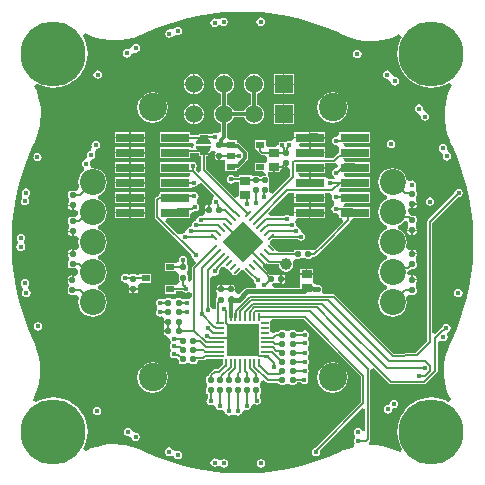
<source format=gtl>
G04*
G04 #@! TF.GenerationSoftware,Altium Limited,Altium Designer,20.0.9 (164)*
G04*
G04 Layer_Physical_Order=1*
G04 Layer_Color=255*
%FSLAX25Y25*%
%MOIN*%
G70*
G01*
G75*
%ADD12C,0.00787*%
G04:AMPARAMS|DCode=13|XSize=20.47mil|YSize=22.05mil|CornerRadius=5.12mil|HoleSize=0mil|Usage=FLASHONLY|Rotation=0.000|XOffset=0mil|YOffset=0mil|HoleType=Round|Shape=RoundedRectangle|*
%AMROUNDEDRECTD13*
21,1,0.02047,0.01181,0,0,0.0*
21,1,0.01024,0.02205,0,0,0.0*
1,1,0.01024,0.00512,-0.00591*
1,1,0.01024,-0.00512,-0.00591*
1,1,0.01024,-0.00512,0.00591*
1,1,0.01024,0.00512,0.00591*
%
%ADD13ROUNDEDRECTD13*%
G04:AMPARAMS|DCode=14|XSize=20.47mil|YSize=22.05mil|CornerRadius=5.12mil|HoleSize=0mil|Usage=FLASHONLY|Rotation=90.000|XOffset=0mil|YOffset=0mil|HoleType=Round|Shape=RoundedRectangle|*
%AMROUNDEDRECTD14*
21,1,0.02047,0.01181,0,0,90.0*
21,1,0.01024,0.02205,0,0,90.0*
1,1,0.01024,0.00591,0.00512*
1,1,0.01024,0.00591,-0.00512*
1,1,0.01024,-0.00591,-0.00512*
1,1,0.01024,-0.00591,0.00512*
%
%ADD14ROUNDEDRECTD14*%
%ADD15R,0.00866X0.02520*%
%ADD16R,0.02520X0.00866*%
%ADD17R,0.11024X0.11024*%
%ADD18R,0.03150X0.02165*%
%ADD19R,0.02756X0.02165*%
%ADD20R,0.09449X0.02992*%
%ADD21R,0.03543X0.02835*%
%ADD22R,0.03347X0.02756*%
%ADD23P,0.13919X4X180.0*%
G04:AMPARAMS|DCode=24|XSize=7.87mil|YSize=29.53mil|CornerRadius=0mil|HoleSize=0mil|Usage=FLASHONLY|Rotation=135.000|XOffset=0mil|YOffset=0mil|HoleType=Round|Shape=Round|*
%AMOVALD24*
21,1,0.02165,0.00787,0.00000,0.00000,225.0*
1,1,0.00787,0.00766,0.00766*
1,1,0.00787,-0.00766,-0.00766*
%
%ADD24OVALD24*%

G04:AMPARAMS|DCode=25|XSize=7.87mil|YSize=29.53mil|CornerRadius=0mil|HoleSize=0mil|Usage=FLASHONLY|Rotation=225.000|XOffset=0mil|YOffset=0mil|HoleType=Round|Shape=Round|*
%AMOVALD25*
21,1,0.02165,0.00787,0.00000,0.00000,315.0*
1,1,0.00787,-0.00766,0.00766*
1,1,0.00787,0.00766,-0.00766*
%
%ADD25OVALD25*%

%ADD26C,0.03937*%
%ADD27R,0.02500X0.02500*%
%ADD52C,0.00591*%
%ADD53C,0.01181*%
%ADD54C,0.01575*%
%ADD55R,0.05906X0.05906*%
%ADD56C,0.05906*%
%ADD57C,0.09449*%
%ADD58C,0.08661*%
%ADD59C,0.01772*%
%ADD60C,0.21654*%
%ADD61C,0.01968*%
%ADD62C,0.02362*%
%ADD63C,0.02756*%
%ADD64C,0.02598*%
G36*
X2172Y76951D02*
X6522Y76702D01*
X10851Y76206D01*
X15145Y75467D01*
X19391Y74485D01*
X23574Y73265D01*
X27681Y71811D01*
X31700Y70126D01*
X33658Y69171D01*
X33679Y69166D01*
X33698Y69153D01*
X34594Y68775D01*
X34621Y68769D01*
X34645Y68755D01*
X36485Y68124D01*
X36522Y68119D01*
X36556Y68103D01*
X38446Y67642D01*
X38483Y67641D01*
X38518Y67628D01*
X40442Y67343D01*
X40479Y67345D01*
X40515Y67335D01*
X42457Y67227D01*
X42494Y67233D01*
X42531Y67227D01*
X44475Y67297D01*
X44511Y67305D01*
X44548Y67303D01*
X46478Y67551D01*
X46513Y67563D01*
X46550Y67564D01*
X48449Y67987D01*
X48483Y68002D01*
X48520Y68006D01*
X50371Y68602D01*
X50404Y68620D01*
X50440Y68628D01*
X52230Y69391D01*
X52260Y69412D01*
X52351Y69359D01*
X53088Y68508D01*
X52869Y68150D01*
X52186Y66503D01*
X51770Y64770D01*
X51630Y62992D01*
X51770Y61215D01*
X52186Y59481D01*
X52869Y57834D01*
X53800Y56314D01*
X54958Y54958D01*
X56314Y53800D01*
X57834Y52869D01*
X59481Y52186D01*
X61215Y51770D01*
X62992Y51630D01*
X64770Y51770D01*
X66503Y52186D01*
X68150Y52869D01*
X68771Y53249D01*
X68913Y53172D01*
X69442Y52811D01*
X69698Y52432D01*
X68694Y49908D01*
X68685Y49857D01*
X68663Y49811D01*
X67942Y47013D01*
X67939Y46962D01*
X67923Y46913D01*
X67560Y44047D01*
X67564Y43996D01*
X67554Y43945D01*
X67556Y41056D01*
X67566Y41006D01*
X67562Y40955D01*
X67928Y38088D01*
X67945Y38040D01*
X67948Y37989D01*
X68672Y35191D01*
X68689Y35157D01*
X68695Y35119D01*
X69188Y33760D01*
X69210Y33724D01*
X69221Y33683D01*
X70172Y31723D01*
X71851Y27702D01*
X73300Y23593D01*
X74514Y19408D01*
X75489Y15161D01*
X76222Y10866D01*
X76711Y6536D01*
X76955Y2186D01*
X76951Y-2172D01*
X76702Y-6522D01*
X76206Y-10851D01*
X75467Y-15145D01*
X74485Y-19391D01*
X73265Y-23574D01*
X71811Y-27681D01*
X70126Y-31700D01*
X69171Y-33658D01*
X69166Y-33679D01*
X69153Y-33698D01*
X68775Y-34594D01*
X68769Y-34621D01*
X68755Y-34645D01*
X68124Y-36485D01*
X68119Y-36522D01*
X68103Y-36556D01*
X67642Y-38446D01*
X67641Y-38483D01*
X67628Y-38518D01*
X67343Y-40442D01*
X67345Y-40479D01*
X67335Y-40515D01*
X67227Y-42457D01*
X67233Y-42494D01*
X67227Y-42531D01*
X67297Y-44475D01*
X67305Y-44511D01*
X67303Y-44548D01*
X67551Y-46477D01*
X67563Y-46513D01*
X67564Y-46550D01*
X67987Y-48449D01*
X68002Y-48483D01*
X68006Y-48520D01*
X68602Y-50371D01*
X68620Y-50404D01*
X68628Y-50440D01*
X69391Y-52229D01*
X69412Y-52260D01*
X69359Y-52351D01*
X68508Y-53088D01*
X68150Y-52869D01*
X66503Y-52186D01*
X64770Y-51770D01*
X62992Y-51630D01*
X61215Y-51770D01*
X59481Y-52186D01*
X57834Y-52869D01*
X56314Y-53800D01*
X54958Y-54958D01*
X53800Y-56314D01*
X52869Y-57834D01*
X52186Y-59481D01*
X51770Y-61215D01*
X51630Y-62992D01*
X51770Y-64770D01*
X52186Y-66503D01*
X52869Y-68150D01*
X53249Y-68771D01*
X53171Y-68913D01*
X52811Y-69442D01*
X52432Y-69698D01*
X49908Y-68694D01*
X49857Y-68685D01*
X49811Y-68663D01*
X47013Y-67942D01*
X46962Y-67939D01*
X46913Y-67923D01*
X44047Y-67560D01*
X43996Y-67564D01*
X43945Y-67554D01*
X42497Y-67555D01*
X42329Y-67324D01*
X42054Y-66374D01*
X42403Y-66025D01*
X42403Y-66025D01*
X42578Y-65763D01*
X42640Y-65453D01*
Y-42341D01*
X42824Y-42180D01*
X43749Y-41779D01*
X48908Y-46938D01*
X49171Y-47114D01*
X49480Y-47175D01*
X49480Y-47175D01*
X60586D01*
X60586Y-47175D01*
X60895Y-47114D01*
X61158Y-46938D01*
X64844Y-43252D01*
X64844Y-43252D01*
X65019Y-42990D01*
X65081Y-42680D01*
Y-33174D01*
X65425Y-32927D01*
X66262Y-32651D01*
X66487Y-32801D01*
X67028Y-32909D01*
X67568Y-32801D01*
X68027Y-32495D01*
X68333Y-32037D01*
X68441Y-31496D01*
X68333Y-30955D01*
X68527Y-29890D01*
X68751Y-29617D01*
X69011Y-29444D01*
X69317Y-28986D01*
X69425Y-28445D01*
X69317Y-27904D01*
X69011Y-27446D01*
X68553Y-27139D01*
X68012Y-27032D01*
X67471Y-27139D01*
X67013Y-27446D01*
X66706Y-27904D01*
X66621Y-28332D01*
X66617Y-28333D01*
X66354Y-28508D01*
X66354Y-28508D01*
X64392Y-30471D01*
X63211Y-29981D01*
Y6653D01*
X71823Y15265D01*
X72047Y15221D01*
X72588Y15328D01*
X73046Y15635D01*
X73353Y16093D01*
X73460Y16634D01*
X73353Y17175D01*
X73046Y17633D01*
X72588Y17939D01*
X72047Y18047D01*
X71507Y17939D01*
X71048Y17633D01*
X70742Y17175D01*
X70634Y16634D01*
X70679Y16410D01*
X61829Y7560D01*
X61654Y7298D01*
X61592Y6988D01*
X61592Y6988D01*
Y-32932D01*
X57736Y-36789D01*
X50488Y-36977D01*
X31005Y-17495D01*
X30743Y-17319D01*
X30433Y-17258D01*
X30433Y-17258D01*
X26980D01*
X26904Y-17173D01*
X26457Y-16077D01*
X26534Y-15962D01*
X26641Y-15421D01*
X26534Y-14881D01*
X26228Y-14422D01*
X25769Y-14116D01*
X25228Y-14008D01*
X24841Y-14085D01*
X24148Y-13853D01*
X23660Y-13616D01*
X23660Y-13407D01*
Y-12317D01*
X23660Y-12226D01*
Y-10700D01*
X21488D01*
X19317D01*
Y-12226D01*
X19317Y-12317D01*
Y-13407D01*
X19317Y-13498D01*
Y-15037D01*
X10792D01*
X9973Y-14221D01*
X9874Y-13856D01*
X9994Y-13681D01*
X10289Y-13623D01*
X10462Y-13507D01*
X10695Y-13421D01*
X11612D01*
X11845Y-13507D01*
X12018Y-13623D01*
X12374Y-13693D01*
X12686D01*
Y-12173D01*
Y-10653D01*
X12374D01*
X12018Y-10724D01*
X11845Y-10839D01*
X11612Y-10925D01*
X10695D01*
X10462Y-10839D01*
X10289Y-10724D01*
X9933Y-10653D01*
X9356D01*
X8357Y-9655D01*
X8355Y-9654D01*
X6978Y-8275D01*
X6937Y-8077D01*
X7194Y-6983D01*
X8138Y-6898D01*
X8315Y-6938D01*
X8578Y-7114D01*
X8887Y-7175D01*
X12022D01*
X12085Y-7252D01*
X12269Y-8176D01*
X12792Y-8960D01*
X13576Y-9483D01*
X14500Y-9667D01*
X15424Y-9483D01*
X16208Y-8960D01*
X16731Y-8176D01*
X16915Y-7252D01*
X16731Y-6328D01*
X17489Y-5336D01*
X17577Y-5288D01*
X17933Y-5359D01*
X18957D01*
X19312Y-5288D01*
X19485Y-5173D01*
X19719Y-5086D01*
X20635D01*
X20869Y-5173D01*
X21042Y-5288D01*
X21398Y-5359D01*
X22421D01*
X22777Y-5288D01*
X23079Y-5086D01*
X23280Y-4785D01*
X24016Y-4648D01*
X24325Y-4586D01*
X24588Y-4411D01*
X27688Y-1310D01*
X27688Y-1310D01*
X35809Y6810D01*
X35985Y7073D01*
X36046Y7383D01*
X36895Y8076D01*
X42577D01*
Y11868D01*
X36429D01*
X36350Y11884D01*
X36350Y11884D01*
X33525D01*
X33517Y11895D01*
X34130Y13076D01*
X42577D01*
Y16869D01*
X32475D01*
X32135Y17288D01*
X32091Y17384D01*
X32629Y18076D01*
X42577D01*
Y21869D01*
X34560D01*
X34001Y22501D01*
X33881Y23050D01*
X33909Y23076D01*
X42577D01*
Y26869D01*
X34224D01*
X33593Y28050D01*
X33611Y28076D01*
X42577D01*
Y31868D01*
X34176D01*
X33499Y33033D01*
X33583Y33076D01*
X42577D01*
Y36869D01*
X32328D01*
Y36257D01*
X32304Y36207D01*
X31299Y35349D01*
X30759Y35241D01*
X30300Y34935D01*
X29994Y34477D01*
X29886Y33936D01*
X29994Y33395D01*
X30300Y32937D01*
X30759Y32631D01*
X31299Y32523D01*
X31408Y32545D01*
X31434Y32544D01*
X32301Y31672D01*
X32328Y31615D01*
X32328Y30941D01*
X32315Y30865D01*
X32129Y29789D01*
X31820Y29727D01*
X31557Y29552D01*
X30077Y28071D01*
X28756D01*
X27577Y28076D01*
X27577Y29253D01*
Y29772D01*
X22453D01*
Y29972D01*
X22253D01*
Y31868D01*
X19095D01*
X18759Y32418D01*
X19155Y33076D01*
X22253D01*
Y34772D01*
X17328D01*
Y34398D01*
X16243Y33733D01*
X16147Y33733D01*
X15679Y33826D01*
X15138Y33719D01*
X14680Y33413D01*
X13876Y33691D01*
X13336Y33798D01*
X12795Y33691D01*
X12336Y33384D01*
X12030Y32926D01*
X11923Y32385D01*
X10847Y31739D01*
X8935D01*
X8261Y31739D01*
X7979Y32803D01*
Y34160D01*
X4029D01*
Y31194D01*
X4273D01*
X5195Y30610D01*
X5256Y30301D01*
X5432Y30038D01*
X6121Y29349D01*
X6121Y29349D01*
X6383Y29174D01*
X6693Y29112D01*
X7623D01*
X8258Y28109D01*
X8141Y26976D01*
X7219Y26680D01*
X4029D01*
Y23714D01*
X6935D01*
X7950Y22848D01*
X7859Y22268D01*
X6890D01*
X6534Y22197D01*
X6534Y22197D01*
X6232Y21996D01*
X5677D01*
X5376Y22197D01*
X5376Y22197D01*
X5020Y22268D01*
X3839D01*
X2861Y22447D01*
X2861Y22447D01*
X-1286D01*
Y21872D01*
X-2713D01*
X-2840Y22062D01*
X-3298Y22368D01*
X-3839Y22476D01*
X-4379Y22368D01*
X-4838Y22062D01*
X-5144Y21604D01*
X-5252Y21063D01*
X-5144Y20522D01*
X-4838Y20064D01*
X-4379Y19758D01*
X-3839Y19650D01*
X-3298Y19758D01*
X-2840Y20064D01*
X-2713Y20254D01*
X-1286D01*
Y18904D01*
X-1286Y18891D01*
Y17723D01*
X-1286Y17710D01*
Y15483D01*
X-2467Y14993D01*
X-12151Y24678D01*
Y28862D01*
X-11311D01*
Y29805D01*
X-11238Y29835D01*
X-10535Y30538D01*
X-10007Y30631D01*
X-9219Y30544D01*
X-8995Y30320D01*
X-8950Y30184D01*
X-9011Y30017D01*
X-9127Y29844D01*
X-9197Y29488D01*
Y29176D01*
X-7677D01*
Y28976D01*
X-7477D01*
Y27535D01*
X-7087D01*
X-6995Y27553D01*
X-5813Y27454D01*
Y26680D01*
X-5813Y26273D01*
Y23714D01*
X-1864D01*
Y24679D01*
X-1588D01*
X-1201Y24756D01*
X-874Y24975D01*
X1556Y27404D01*
X1775Y27732D01*
X1852Y28119D01*
Y29756D01*
X1775Y30142D01*
X1556Y30470D01*
X-874Y32899D01*
X-1201Y33118D01*
X-1588Y33195D01*
X-1864D01*
Y34160D01*
X-4340D01*
X-4570Y34357D01*
X-5167Y35320D01*
Y39568D01*
X-4486Y39851D01*
X-3785Y40388D01*
X-3248Y41088D01*
X-2966Y41769D01*
X613D01*
X895Y41088D01*
X1432Y40388D01*
X2132Y39851D01*
X2948Y39513D01*
X3823Y39397D01*
X4699Y39513D01*
X5514Y39851D01*
X6214Y40388D01*
X6752Y41088D01*
X7090Y41904D01*
X7205Y42779D01*
X7090Y43654D01*
X6752Y44470D01*
X6214Y45170D01*
X5514Y45708D01*
X4833Y45990D01*
Y49608D01*
X5514Y49890D01*
X6214Y50427D01*
X6752Y51128D01*
X7090Y51943D01*
X7205Y52819D01*
X7090Y53694D01*
X6752Y54509D01*
X6214Y55210D01*
X5514Y55747D01*
X4699Y56085D01*
X3823Y56200D01*
X2948Y56085D01*
X2132Y55747D01*
X1432Y55210D01*
X895Y54509D01*
X557Y53694D01*
X442Y52819D01*
X557Y51943D01*
X895Y51128D01*
X1432Y50427D01*
X2132Y49890D01*
X2813Y49608D01*
Y45990D01*
X2132Y45708D01*
X1432Y45170D01*
X895Y44470D01*
X613Y43789D01*
X-2966D01*
X-3248Y44470D01*
X-3785Y45170D01*
X-4486Y45708D01*
X-5167Y45990D01*
Y49608D01*
X-4486Y49890D01*
X-3785Y50427D01*
X-3248Y51128D01*
X-2910Y51943D01*
X-2795Y52819D01*
X-2910Y53694D01*
X-3248Y54509D01*
X-3785Y55210D01*
X-4486Y55747D01*
X-5301Y56085D01*
X-6177Y56200D01*
X-7052Y56085D01*
X-7868Y55747D01*
X-8568Y55210D01*
X-9105Y54509D01*
X-9443Y53694D01*
X-9558Y52819D01*
X-9443Y51943D01*
X-9105Y51128D01*
X-8568Y50427D01*
X-7868Y49890D01*
X-7187Y49608D01*
Y45990D01*
X-7868Y45708D01*
X-8568Y45170D01*
X-9105Y44470D01*
X-9443Y43654D01*
X-9558Y42779D01*
X-9443Y41904D01*
X-9105Y41088D01*
X-8568Y40388D01*
X-7868Y39851D01*
X-7187Y39568D01*
Y36967D01*
X-7337Y36841D01*
X-8368Y36444D01*
X-8514Y36542D01*
X-9055Y36649D01*
X-9596Y36542D01*
X-10054Y36235D01*
X-10181Y36046D01*
X-11311D01*
Y36162D01*
X-14611D01*
Y35782D01*
X-17364D01*
Y36869D01*
X-27613D01*
Y33076D01*
X-17364D01*
Y33242D01*
X-17036Y33353D01*
X-16467Y33059D01*
X-16023Y32448D01*
X-16341Y31677D01*
X-17364Y31868D01*
Y31868D01*
X-27613D01*
Y28076D01*
X-17364D01*
Y29706D01*
X-14611D01*
Y28862D01*
X-13770D01*
Y24342D01*
X-13770Y24342D01*
X-13708Y24033D01*
X-14671Y23348D01*
X-15572Y24249D01*
Y24686D01*
X-15328Y25050D01*
X-15221Y25591D01*
X-15328Y26131D01*
X-15635Y26590D01*
X-16093Y26896D01*
X-16634Y27003D01*
X-17364Y26869D01*
X-17364Y26869D01*
X-27613D01*
Y23076D01*
X-21464D01*
X-21386Y23061D01*
X-21386Y23061D01*
X-17517D01*
X-17382Y22481D01*
X-17753Y21869D01*
X-27613D01*
Y18076D01*
X-17364D01*
X-17364Y18076D01*
X-16183Y18639D01*
X-16000Y18603D01*
X-15459Y18710D01*
X-15001Y19017D01*
X-14720Y19437D01*
X-14688Y19477D01*
X-13436Y19824D01*
X-9614Y16002D01*
X-9588Y15919D01*
X-9727Y14613D01*
X-10034Y14155D01*
X-10141Y13614D01*
X-10135Y13581D01*
X-10302Y13215D01*
X-10859Y12578D01*
X-10950Y12524D01*
Y10957D01*
X-11150D01*
Y10757D01*
X-12591D01*
Y10366D01*
X-12520Y10010D01*
X-12378Y9797D01*
X-12401Y9699D01*
X-13304Y8882D01*
X-13844Y8989D01*
X-14385Y8882D01*
X-14843Y8575D01*
X-15150Y8117D01*
X-15558Y7137D01*
X-16098Y7030D01*
X-16557Y6724D01*
X-16863Y6265D01*
X-16971Y5725D01*
X-17276Y5261D01*
X-17817Y5153D01*
X-17817D01*
X-18276Y4847D01*
X-18582Y4389D01*
X-19000Y3429D01*
X-19541Y3321D01*
X-19999Y3015D01*
X-20007Y3003D01*
X-21239Y2744D01*
X-21463Y2788D01*
X-25660Y6985D01*
X-25208Y8076D01*
X-17364D01*
Y9297D01*
X-16849Y10266D01*
X-16539Y10327D01*
X-16277Y10503D01*
X-16261Y10518D01*
X-15815Y10430D01*
X-15274Y10537D01*
X-14816Y10843D01*
X-14510Y11302D01*
X-14402Y11842D01*
X-14510Y12383D01*
X-14816Y12842D01*
X-15162Y13073D01*
X-15250Y13389D01*
X-15260Y13495D01*
X-15226Y14343D01*
X-15013Y14485D01*
X-14706Y14943D01*
X-14599Y15484D01*
X-14706Y16025D01*
X-15013Y16483D01*
X-15471Y16790D01*
X-16012Y16897D01*
X-16183Y16863D01*
X-17364Y16869D01*
X-17364Y16869D01*
X-27613D01*
Y16598D01*
X-27952Y15512D01*
X-28262Y15451D01*
X-28524Y15275D01*
X-28524Y15275D01*
X-28986Y14814D01*
X-29161Y14552D01*
X-29223Y14242D01*
X-29223Y14242D01*
Y8595D01*
X-29223Y8595D01*
X-29161Y8285D01*
X-28986Y8022D01*
X-28659Y7695D01*
X-28578Y7575D01*
X-28114Y7111D01*
X-28114Y7110D01*
X-27994Y7030D01*
X-16970Y-3993D01*
X-17031Y-4299D01*
X-16924Y-4840D01*
X-16617Y-5298D01*
X-16159Y-5605D01*
X-15986Y-5639D01*
X-15538Y-6649D01*
X-15521Y-6844D01*
X-16566Y-7890D01*
X-16742Y-8152D01*
X-16803Y-8462D01*
X-16803Y-8462D01*
Y-12597D01*
X-17848Y-13164D01*
X-18303Y-12608D01*
X-18232Y-12252D01*
Y-11228D01*
X-18303Y-10873D01*
X-18418Y-10700D01*
X-18504Y-10466D01*
Y-9550D01*
X-18418Y-9316D01*
X-18303Y-9143D01*
X-18232Y-8787D01*
Y-7764D01*
X-18303Y-7408D01*
X-18504Y-7106D01*
X-18478Y-6348D01*
X-18371Y-5807D01*
X-18478Y-5266D01*
X-18784Y-4808D01*
X-19243Y-4502D01*
X-19783Y-4394D01*
X-20324Y-4502D01*
X-20783Y-4808D01*
X-21089Y-5266D01*
X-21196Y-5807D01*
X-21163Y-5977D01*
X-21587Y-6494D01*
X-22206Y-6655D01*
X-22206Y-6655D01*
X-22206Y-6655D01*
X-25762D01*
Y-9621D01*
X-22206D01*
Y-9621D01*
X-22181Y-9616D01*
X-21198Y-10323D01*
X-21054Y-10612D01*
X-21086Y-10700D01*
X-21201Y-10873D01*
X-21272Y-11228D01*
Y-12252D01*
X-21201Y-12608D01*
X-21000Y-12909D01*
X-20950Y-12943D01*
X-20938Y-13121D01*
X-22053Y-14157D01*
X-22206Y-14135D01*
Y-14135D01*
X-25762D01*
Y-17101D01*
X-22206D01*
Y-16280D01*
X-19697D01*
X-19668Y-16322D01*
X-19210Y-16628D01*
X-18669Y-16736D01*
X-18129Y-16628D01*
X-17985Y-16532D01*
X-16948Y-16933D01*
X-16905Y-16970D01*
X-16943Y-18156D01*
X-17764Y-18706D01*
X-17985Y-18749D01*
X-18406Y-18666D01*
X-18946Y-18773D01*
X-20032Y-18831D01*
X-20333Y-18629D01*
X-20689Y-18559D01*
X-21713D01*
X-22068Y-18629D01*
X-22241Y-18745D01*
X-22475Y-18831D01*
X-23391D01*
X-23625Y-18745D01*
X-23798Y-18629D01*
X-24153Y-18559D01*
X-25177D01*
X-25533Y-18629D01*
X-25835Y-18831D01*
X-26822Y-18773D01*
X-27362Y-18666D01*
X-27903Y-18773D01*
X-28361Y-19080D01*
X-28668Y-19538D01*
X-28775Y-20079D01*
X-28668Y-20619D01*
X-28477Y-20905D01*
X-28367Y-21141D01*
X-28372Y-21208D01*
X-28503Y-22293D01*
X-28552Y-22367D01*
X-28766Y-22688D01*
X-28874Y-23228D01*
X-28874Y-23228D01*
X-28835Y-23424D01*
X-28766Y-23769D01*
X-28460Y-24227D01*
X-28001Y-24534D01*
X-27461Y-24641D01*
X-26920Y-24534D01*
X-26877Y-24532D01*
X-26055Y-25371D01*
X-26059Y-25423D01*
X-26130Y-25778D01*
Y-26169D01*
X-24689D01*
Y-26569D01*
X-26130D01*
Y-26960D01*
X-26059Y-27315D01*
X-26012Y-27944D01*
X-26059Y-28572D01*
X-26130Y-28928D01*
Y-29319D01*
X-24689D01*
Y-29719D01*
X-26130D01*
Y-30109D01*
X-26059Y-30465D01*
X-25858Y-30767D01*
X-25556Y-30968D01*
X-25200Y-31039D01*
X-25081D01*
X-24149Y-31988D01*
X-24109Y-32192D01*
X-24042Y-32529D01*
X-23735Y-32987D01*
Y-33548D01*
X-24042Y-34007D01*
X-24149Y-34547D01*
X-24042Y-35088D01*
X-23735Y-35546D01*
X-23834Y-36206D01*
X-24140Y-36664D01*
X-24248Y-37205D01*
X-24140Y-37745D01*
X-23834Y-38204D01*
X-23375Y-38510D01*
X-22835Y-38618D01*
X-22391Y-38529D01*
X-22173Y-38594D01*
X-21252Y-39235D01*
Y-39535D01*
X-21182Y-39891D01*
X-20980Y-40193D01*
X-20679Y-40394D01*
X-20323Y-40465D01*
X-19299D01*
X-18944Y-40394D01*
X-18771Y-40279D01*
X-18537Y-40193D01*
X-17621Y-40193D01*
X-17387Y-40279D01*
X-17214Y-40394D01*
X-16858Y-40465D01*
X-15835D01*
X-15479Y-40394D01*
X-15177Y-40193D01*
X-14976Y-39891D01*
X-14905Y-39535D01*
Y-39294D01*
X-12992D01*
X-12992Y-39294D01*
X-12682Y-39232D01*
X-12420Y-39057D01*
X-12133Y-38770D01*
X-9207D01*
Y-38794D01*
X-6313D01*
Y-40543D01*
X-8007Y-42237D01*
X-9286D01*
X-9596Y-42298D01*
X-9859Y-42474D01*
X-10919Y-43534D01*
X-11094Y-43796D01*
X-11156Y-44106D01*
X-11545Y-44405D01*
X-11846Y-44606D01*
X-12048Y-44908D01*
X-12119Y-45264D01*
Y-46287D01*
X-12048Y-46643D01*
X-11932Y-46816D01*
X-11846Y-47050D01*
X-11846Y-47966D01*
X-11932Y-48200D01*
X-12048Y-48373D01*
X-12119Y-48728D01*
Y-49752D01*
X-12048Y-50108D01*
X-11846Y-50409D01*
X-11578Y-50589D01*
X-11549Y-50867D01*
X-11564Y-51811D01*
X-11629Y-51855D01*
X-11935Y-52314D01*
X-12043Y-52854D01*
X-11935Y-53395D01*
X-11629Y-53853D01*
X-11171Y-54160D01*
X-10630Y-54267D01*
X-10089Y-54160D01*
X-9786Y-54261D01*
X-8941Y-54785D01*
X-8884Y-55068D01*
X-8578Y-55527D01*
X-8119Y-55833D01*
X-7579Y-55941D01*
X-7038Y-55833D01*
X-6941Y-55768D01*
X-6165Y-56143D01*
X-5829Y-56367D01*
X-5734Y-56840D01*
X-5428Y-57298D01*
X-4970Y-57605D01*
X-4445Y-57709D01*
X-4429Y-57712D01*
X-4429Y-57712D01*
X-3888Y-57605D01*
X-3030Y-57355D01*
X-2082Y-57540D01*
X-1542Y-57648D01*
X-1542Y-57648D01*
X-1507Y-57641D01*
X-1001Y-57540D01*
X-543Y-57234D01*
X-236Y-56775D01*
X-161Y-56396D01*
X647Y-55823D01*
X904Y-55687D01*
X1445Y-55794D01*
X1985Y-55687D01*
X2444Y-55380D01*
X2750Y-54922D01*
X2856Y-54388D01*
X3104Y-54180D01*
X3947Y-53805D01*
X4184Y-53963D01*
X4724Y-54071D01*
X5265Y-53963D01*
X5723Y-53657D01*
X6030Y-53198D01*
X6137Y-52658D01*
X6030Y-52117D01*
X5802Y-51776D01*
X5749Y-51462D01*
X5882Y-50425D01*
X5905Y-50409D01*
X6107Y-50108D01*
X6178Y-49752D01*
Y-48728D01*
X6107Y-48373D01*
X5991Y-48200D01*
X5905Y-47966D01*
X5905Y-47050D01*
X5991Y-46816D01*
X6107Y-46643D01*
X6178Y-46287D01*
X7359Y-45803D01*
X7963Y-46407D01*
X7963Y-46407D01*
X8225Y-46582D01*
X8535Y-46644D01*
X11960D01*
X11988Y-46781D01*
X12189Y-47083D01*
X12491Y-47284D01*
X12846Y-47355D01*
X13870D01*
X14226Y-47284D01*
X14399Y-47169D01*
X14633Y-47083D01*
X15549D01*
X15782Y-47169D01*
X15955Y-47284D01*
X16311Y-47355D01*
X17335D01*
X17690Y-47284D01*
X17992Y-47083D01*
X18193Y-46781D01*
X18228Y-46607D01*
X19449D01*
X19576Y-46797D01*
X20034Y-47103D01*
X20575Y-47211D01*
X21116Y-47103D01*
X21574Y-46797D01*
X21881Y-46338D01*
X21988Y-45798D01*
X21881Y-45257D01*
X21708Y-44283D01*
X21704Y-44217D01*
X21805Y-43914D01*
X22017Y-43295D01*
X22124Y-42754D01*
X22124Y-42754D01*
X22121Y-42736D01*
X22017Y-42213D01*
X21855Y-41971D01*
X21715Y-41708D01*
X21718Y-41657D01*
X21801Y-40624D01*
X21907Y-40466D01*
X22085Y-40200D01*
X22192Y-39659D01*
X22085Y-39118D01*
X21986Y-38971D01*
X21878Y-38805D01*
X21833Y-38168D01*
X21904Y-37522D01*
X22105Y-37222D01*
X22212Y-36681D01*
X22105Y-36140D01*
X21948Y-35907D01*
X21803Y-35630D01*
X21897Y-34629D01*
X22203Y-34171D01*
X22311Y-33630D01*
X22203Y-33089D01*
X21897Y-32631D01*
Y-31676D01*
X22203Y-31218D01*
X22311Y-30677D01*
X22203Y-30136D01*
X21897Y-29678D01*
X21438Y-29372D01*
X20898Y-29264D01*
X20357Y-29372D01*
X19898Y-29678D01*
X19772Y-29868D01*
X18221D01*
X18193Y-29731D01*
X17992Y-29429D01*
X17690Y-29228D01*
X17335Y-29157D01*
X16311D01*
X15955Y-29228D01*
X15782Y-29343D01*
X15549Y-29429D01*
X14633D01*
X14399Y-29343D01*
X14226Y-29228D01*
X13870Y-29157D01*
X12846D01*
X12491Y-29228D01*
X12189Y-29429D01*
X11988Y-29731D01*
X11079Y-29868D01*
X10770Y-29930D01*
X10507Y-30105D01*
X10451Y-30161D01*
X9270Y-29672D01*
Y-26104D01*
X10247Y-25611D01*
X20401D01*
X39447Y-44657D01*
Y-53146D01*
X24152Y-68441D01*
X23967Y-68478D01*
X23509Y-68784D01*
X23202Y-69243D01*
X23095Y-69784D01*
X23202Y-70324D01*
X23509Y-70783D01*
X23967Y-71089D01*
X24508Y-71196D01*
X25049Y-71089D01*
X25507Y-70783D01*
X25813Y-70324D01*
X25921Y-69784D01*
X25813Y-69243D01*
X25744Y-69138D01*
X39840Y-55042D01*
X41021Y-55531D01*
Y-62688D01*
X39840Y-62805D01*
X39790Y-62550D01*
X39483Y-62091D01*
X39025Y-61785D01*
X38484Y-61678D01*
X37944Y-61785D01*
X37485Y-62091D01*
X37179Y-62550D01*
X37071Y-63090D01*
X37179Y-63631D01*
X37350Y-63888D01*
X37482Y-64540D01*
Y-64540D01*
X37482Y-64540D01*
X37477Y-65180D01*
X37352Y-65391D01*
X37277Y-65503D01*
X37170Y-66043D01*
X37277Y-66584D01*
X37464Y-66864D01*
X37331Y-67684D01*
X37141Y-68167D01*
X35191Y-68672D01*
X35157Y-68689D01*
X35119Y-68695D01*
X33760Y-69188D01*
X33724Y-69210D01*
X33683Y-69221D01*
X31723Y-70172D01*
X27702Y-71851D01*
X23593Y-73300D01*
X19408Y-74514D01*
X15161Y-75489D01*
X10866Y-76222D01*
X6536Y-76711D01*
X2186Y-76955D01*
X-2172Y-76951D01*
X-6522Y-76702D01*
X-10851Y-76206D01*
X-15145Y-75467D01*
X-19391Y-74485D01*
X-23574Y-73265D01*
X-27681Y-71811D01*
X-31700Y-70126D01*
X-33658Y-69171D01*
X-33679Y-69166D01*
X-33698Y-69153D01*
X-34594Y-68775D01*
X-34621Y-68769D01*
X-34645Y-68755D01*
X-36485Y-68124D01*
X-36522Y-68119D01*
X-36556Y-68103D01*
X-38446Y-67642D01*
X-38483Y-67641D01*
X-38518Y-67628D01*
X-40442Y-67343D01*
X-40479Y-67345D01*
X-40515Y-67335D01*
X-42457Y-67227D01*
X-42494Y-67233D01*
X-42531Y-67227D01*
X-44475Y-67297D01*
X-44511Y-67305D01*
X-44548Y-67303D01*
X-46478Y-67551D01*
X-46513Y-67563D01*
X-46550Y-67564D01*
X-48449Y-67987D01*
X-48483Y-68002D01*
X-48520Y-68006D01*
X-50371Y-68602D01*
X-50404Y-68620D01*
X-50440Y-68628D01*
X-52230Y-69391D01*
X-52260Y-69412D01*
X-52351Y-69359D01*
X-53088Y-68508D01*
X-52869Y-68150D01*
X-52186Y-66503D01*
X-51770Y-64770D01*
X-51630Y-62992D01*
X-51770Y-61215D01*
X-52186Y-59481D01*
X-52869Y-57834D01*
X-53800Y-56314D01*
X-54958Y-54958D01*
X-56314Y-53800D01*
X-57834Y-52869D01*
X-59481Y-52186D01*
X-61215Y-51770D01*
X-62992Y-51630D01*
X-64770Y-51770D01*
X-66503Y-52186D01*
X-68150Y-52869D01*
X-68771Y-53249D01*
X-68913Y-53172D01*
X-69442Y-52811D01*
X-69698Y-52432D01*
X-68694Y-49908D01*
X-68685Y-49857D01*
X-68663Y-49811D01*
X-67942Y-47013D01*
X-67939Y-46962D01*
X-67923Y-46913D01*
X-67560Y-44047D01*
X-67564Y-43996D01*
X-67554Y-43945D01*
X-67556Y-41056D01*
X-67566Y-41006D01*
X-67562Y-40955D01*
X-67928Y-38088D01*
X-67945Y-38040D01*
X-67948Y-37989D01*
X-68672Y-35191D01*
X-68689Y-35157D01*
X-68695Y-35119D01*
X-69188Y-33760D01*
X-69210Y-33724D01*
X-69221Y-33683D01*
X-70172Y-31723D01*
X-71851Y-27702D01*
X-73300Y-23593D01*
X-74514Y-19408D01*
X-75489Y-15161D01*
X-76222Y-10866D01*
X-76711Y-6536D01*
X-76955Y-2186D01*
X-76951Y2172D01*
X-76702Y6522D01*
X-76206Y10851D01*
X-75467Y15145D01*
X-74485Y19391D01*
X-73265Y23574D01*
X-71811Y27681D01*
X-70126Y31700D01*
X-69171Y33658D01*
X-69166Y33679D01*
X-69153Y33698D01*
X-68775Y34594D01*
X-68769Y34621D01*
X-68755Y34645D01*
X-68124Y36485D01*
X-68119Y36522D01*
X-68103Y36556D01*
X-67642Y38446D01*
X-67641Y38483D01*
X-67628Y38518D01*
X-67343Y40442D01*
X-67345Y40479D01*
X-67335Y40515D01*
X-67227Y42457D01*
X-67233Y42494D01*
X-67227Y42531D01*
X-67297Y44475D01*
X-67305Y44511D01*
X-67303Y44548D01*
X-67551Y46478D01*
X-67563Y46513D01*
X-67564Y46550D01*
X-67987Y48449D01*
X-68002Y48483D01*
X-68006Y48520D01*
X-68602Y50371D01*
X-68620Y50404D01*
X-68628Y50440D01*
X-69391Y52230D01*
X-69412Y52260D01*
X-69359Y52351D01*
X-68508Y53088D01*
X-68150Y52869D01*
X-66503Y52186D01*
X-64770Y51770D01*
X-62992Y51630D01*
X-61215Y51770D01*
X-59481Y52186D01*
X-57834Y52869D01*
X-56314Y53800D01*
X-54958Y54958D01*
X-53800Y56314D01*
X-52869Y57834D01*
X-52186Y59481D01*
X-51770Y61215D01*
X-51630Y62992D01*
X-51770Y64770D01*
X-52186Y66503D01*
X-52869Y68150D01*
X-53249Y68771D01*
X-53172Y68913D01*
X-52811Y69442D01*
X-52432Y69698D01*
X-49908Y68694D01*
X-49857Y68685D01*
X-49811Y68663D01*
X-47013Y67942D01*
X-46962Y67939D01*
X-46913Y67923D01*
X-44047Y67560D01*
X-43996Y67564D01*
X-43945Y67554D01*
X-41056Y67556D01*
X-41006Y67566D01*
X-40955Y67562D01*
X-38088Y67928D01*
X-38040Y67945D01*
X-37989Y67948D01*
X-35191Y68672D01*
X-35157Y68689D01*
X-35119Y68695D01*
X-33760Y69188D01*
X-33724Y69210D01*
X-33683Y69221D01*
X-31723Y70172D01*
X-27702Y71851D01*
X-23593Y73300D01*
X-19408Y74514D01*
X-15161Y75489D01*
X-10866Y76222D01*
X-6536Y76711D01*
X-2186Y76955D01*
X2172Y76951D01*
D02*
G37*
G36*
X-11545Y34882D02*
X-10841Y34179D01*
X-10461Y33260D01*
Y32763D01*
X-15461D01*
Y33260D01*
X-15080Y34179D01*
X-14377Y34882D01*
X-13458Y35263D01*
X-12463D01*
X-11545Y34882D01*
D02*
G37*
G36*
X-10461Y31763D02*
X-10841Y30845D01*
X-11545Y30141D01*
X-12463Y29761D01*
X-13458D01*
X-14377Y30141D01*
X-15080Y30845D01*
X-15461Y31763D01*
Y32261D01*
X-10461D01*
Y31763D01*
D02*
G37*
G36*
X31596Y26204D02*
X31915Y25950D01*
X31944Y25677D01*
X31232Y24771D01*
X30692Y24664D01*
X30233Y24357D01*
X29927Y23899D01*
X29819Y23358D01*
X29927Y22817D01*
X30233Y22359D01*
X30692Y22053D01*
X30823Y21319D01*
X29779Y21128D01*
X29643Y21219D01*
X29102Y21326D01*
X28758Y21258D01*
X28553Y21363D01*
X27577Y21869D01*
X27577Y21869D01*
X27577Y21869D01*
X22653D01*
Y19972D01*
X22253D01*
Y21869D01*
X19072D01*
X18465Y23050D01*
X18484Y23076D01*
X22253D01*
Y24972D01*
X22453D01*
Y25172D01*
X27577D01*
Y26453D01*
X30412D01*
X30412Y26453D01*
X30722Y26515D01*
X31596Y26204D01*
D02*
G37*
G36*
X14669Y25074D02*
X14840D01*
X15059Y25074D01*
X15911Y24334D01*
X16022Y24153D01*
Y22193D01*
X10078Y16250D01*
X8998Y16840D01*
X9001Y16850D01*
Y17874D01*
X8930Y18230D01*
X8814Y18403D01*
X8728Y18636D01*
Y19553D01*
X8814Y19786D01*
X8930Y19959D01*
X9001Y20315D01*
Y21339D01*
X8930Y21694D01*
X8728Y21996D01*
X8427Y22197D01*
X8422Y22198D01*
X8538Y23380D01*
X9021Y23380D01*
X10233D01*
Y25197D01*
X10633D01*
Y23380D01*
X12605D01*
Y24338D01*
X12930Y24624D01*
X13786Y25093D01*
X13878Y25074D01*
X14268D01*
Y26516D01*
X14669D01*
Y25074D01*
D02*
G37*
G36*
X29874Y15706D02*
X29929Y15462D01*
X29847Y15048D01*
X29954Y14507D01*
X30261Y14049D01*
X30645Y13792D01*
X30683Y13482D01*
X30559Y12570D01*
X30495Y12557D01*
X30036Y12251D01*
X29730Y11793D01*
X29622Y11252D01*
X29730Y10711D01*
X30036Y10253D01*
X30495Y9947D01*
X31035Y9839D01*
X31147Y9861D01*
X32150Y9246D01*
X32328Y9029D01*
Y8076D01*
X33116D01*
X33605Y6895D01*
X26544Y-166D01*
X26544Y-166D01*
X24297Y-2413D01*
X23079Y-2591D01*
X22777Y-2389D01*
X22421Y-2318D01*
X21398D01*
X21042Y-2389D01*
X20869Y-2505D01*
X20635Y-2591D01*
X19719D01*
X19485Y-2505D01*
X19312Y-2389D01*
X18957Y-2318D01*
X17933D01*
X17577Y-2389D01*
X17276Y-2591D01*
X17074Y-2892D01*
X17027Y-3128D01*
X12104D01*
X11002Y-2613D01*
X10940Y-2303D01*
X10765Y-2041D01*
X9371Y-648D01*
X9359Y-615D01*
X9291Y32D01*
X9359Y678D01*
X9371Y710D01*
X9772Y1111D01*
X18438D01*
X18501Y1017D01*
X18959Y710D01*
X19500Y603D01*
X20041Y710D01*
X20499Y1017D01*
X20805Y1475D01*
X20913Y2016D01*
X20805Y2557D01*
X20499Y3015D01*
X20041Y3321D01*
X19499Y3435D01*
X19413Y4016D01*
X19305Y4557D01*
X18999Y5015D01*
X18541Y5321D01*
X17999Y5435D01*
X17913Y6016D01*
X17805Y6556D01*
X17579Y6895D01*
X17716Y7444D01*
X18036Y8076D01*
X22253D01*
Y9772D01*
X17328D01*
Y9007D01*
X16147Y8793D01*
X15999Y9015D01*
X15541Y9321D01*
X15000Y9429D01*
X14459Y9321D01*
X14001Y9015D01*
X13874Y8825D01*
X9119D01*
X8629Y10006D01*
X15267Y16644D01*
X17328D01*
Y15172D01*
X27577D01*
Y16644D01*
X29239D01*
X29874Y15706D01*
D02*
G37*
G36*
X-5691Y-8196D02*
X-5691Y-8196D01*
X-5650Y-8223D01*
X-5427Y-8373D01*
X-5012Y-8771D01*
X-4997Y-8787D01*
X-4612Y-9189D01*
X-4463Y-9412D01*
X-4463Y-9412D01*
X-4438Y-9449D01*
X-4230Y-9589D01*
X-3924Y-9876D01*
X-3362Y-10438D01*
X-3185Y-10702D01*
X-2923Y-10877D01*
X-2923Y-10877D01*
X-2923Y-10877D01*
X-2613Y-10939D01*
X-2613Y-10939D01*
X-2303Y-10877D01*
X-2041Y-10702D01*
X-2041D01*
X-1881Y-10542D01*
X-648Y-9308D01*
X-615Y-9296D01*
X32Y-9228D01*
X678Y-9296D01*
X710Y-9308D01*
X3745Y-12343D01*
X3700Y-12567D01*
X3808Y-13108D01*
X4114Y-13566D01*
X4573Y-13872D01*
X4376Y-15037D01*
X1626D01*
X1163Y-15130D01*
X770Y-15392D01*
X770Y-15392D01*
X-1131Y-17293D01*
X-1574Y-17217D01*
X-1575Y-17217D01*
X-1757Y-17053D01*
X-2385Y-16071D01*
Y-15759D01*
X-3906D01*
Y-15559D01*
X-4106D01*
Y-14118D01*
X-4496D01*
X-4750Y-14168D01*
X-4862Y-14190D01*
X-4863Y-14190D01*
X-4863Y-14190D01*
X-5530Y-14273D01*
X-6197Y-14190D01*
X-6310Y-14168D01*
X-6563Y-14118D01*
X-6954D01*
Y-15559D01*
X-7153D01*
Y-15759D01*
X-8674D01*
Y-16071D01*
X-8603Y-16427D01*
X-8488Y-16600D01*
X-8401Y-16833D01*
X-8401Y-17750D01*
X-8488Y-17983D01*
X-8603Y-18156D01*
X-8674Y-18512D01*
Y-19399D01*
X-8710Y-19436D01*
X-8885Y-19698D01*
X-8947Y-20008D01*
X-8947Y-20008D01*
Y-22142D01*
X-10128Y-22139D01*
X-10166Y-22085D01*
X-10195Y-21944D01*
X-10501Y-21485D01*
X-10668Y-21374D01*
X-10691Y-21341D01*
Y-11653D01*
X-9878Y-11073D01*
X-9510Y-10950D01*
X-9122Y-11027D01*
X-8581Y-10920D01*
X-8123Y-10613D01*
X-7817Y-10155D01*
X-7709Y-9614D01*
X-7791Y-9204D01*
X-7635Y-8970D01*
X-7587Y-8732D01*
X-7023Y-8167D01*
X-6736Y-8110D01*
X-5691Y-8196D01*
D02*
G37*
%LPC*%
G36*
X-6299Y74937D02*
X-6299Y74937D01*
X-6840Y74829D01*
X-7665Y74511D01*
X-7719Y74514D01*
X-8592Y74618D01*
X-8748Y74639D01*
X-9252Y74740D01*
X-9793Y74632D01*
X-10251Y74326D01*
X-10557Y73867D01*
X-10665Y73327D01*
X-10557Y72786D01*
X-10251Y72328D01*
X-9793Y72021D01*
X-9252Y71914D01*
X-8711Y72021D01*
X-8409Y72223D01*
X-7898Y72362D01*
X-7226Y72427D01*
X-6934Y72281D01*
X-6840Y72218D01*
X-6299Y72111D01*
X-5759Y72218D01*
X-5300Y72524D01*
X-4994Y72983D01*
X-4886Y73524D01*
X-4994Y74064D01*
X-5300Y74523D01*
X-5759Y74829D01*
X-6254Y74928D01*
X-6299Y74937D01*
X-6299D01*
D02*
G37*
G36*
X6102Y75035D02*
X5562Y74928D01*
X5103Y74621D01*
X4797Y74163D01*
X4689Y73622D01*
X4797Y73081D01*
X5103Y72623D01*
X5562Y72317D01*
X6102Y72209D01*
X6643Y72317D01*
X7102Y72623D01*
X7408Y73081D01*
X7515Y73622D01*
X7408Y74163D01*
X7102Y74621D01*
X6643Y74928D01*
X6102Y75035D01*
D02*
G37*
G36*
X-21555Y71885D02*
X-21555Y71885D01*
X-22096Y71778D01*
X-22343Y71615D01*
X-22765Y71387D01*
X-22857Y71349D01*
X-23062Y71266D01*
X-23624Y71047D01*
X-24311Y71098D01*
X-24852Y70991D01*
X-24852D01*
X-24879Y70973D01*
X-25310Y70684D01*
X-25616Y70226D01*
X-25724Y69685D01*
X-25616Y69144D01*
X-25310Y68686D01*
X-24852Y68380D01*
X-24311Y68272D01*
X-24311Y68272D01*
X-23770Y68380D01*
X-23523Y68542D01*
X-23101Y68770D01*
X-23010Y68809D01*
X-22804Y68892D01*
X-22242Y69111D01*
X-21555Y69059D01*
X-21014Y69167D01*
X-21014D01*
X-20988Y69185D01*
X-20556Y69473D01*
X-20250Y69932D01*
X-20142Y70472D01*
X-20250Y71013D01*
X-20556Y71472D01*
X-21014Y71778D01*
X-21251Y71825D01*
X-21555Y71885D01*
D02*
G37*
G36*
X-35531Y66177D02*
X-36072Y66069D01*
X-36531Y65763D01*
X-36837Y65304D01*
X-36877Y65104D01*
X-37755Y64521D01*
X-38081Y64423D01*
X-38484Y64504D01*
X-39025Y64396D01*
X-39483Y64090D01*
X-39790Y63631D01*
X-39897Y63090D01*
X-39790Y62550D01*
X-39483Y62091D01*
X-39025Y61785D01*
X-38484Y61678D01*
X-37944Y61785D01*
X-37485Y62091D01*
X-37179Y62550D01*
X-37139Y62751D01*
X-36261Y63333D01*
X-35935Y63431D01*
X-35531Y63351D01*
X-34991Y63458D01*
X-34532Y63765D01*
X-34226Y64223D01*
X-34119Y64764D01*
X-34226Y65304D01*
X-34532Y65763D01*
X-34991Y66069D01*
X-35531Y66177D01*
D02*
G37*
G36*
X38287Y64307D02*
X37747Y64199D01*
X37288Y63893D01*
X36982Y63434D01*
X36874Y62894D01*
X36982Y62353D01*
X37288Y61895D01*
X37747Y61588D01*
X38287Y61481D01*
X38828Y61588D01*
X39287Y61895D01*
X39593Y62353D01*
X39700Y62894D01*
X39593Y63434D01*
X39287Y63893D01*
X38828Y64199D01*
X38287Y64307D01*
D02*
G37*
G36*
X-48228Y57417D02*
X-48769Y57309D01*
X-49227Y57003D01*
X-49534Y56545D01*
X-49641Y56004D01*
X-49534Y55463D01*
X-49227Y55005D01*
X-48769Y54698D01*
X-48228Y54591D01*
X-47688Y54698D01*
X-47229Y55005D01*
X-46923Y55463D01*
X-46815Y56004D01*
X-46923Y56545D01*
X-47229Y57003D01*
X-47688Y57309D01*
X-48228Y57417D01*
D02*
G37*
G36*
X-15977Y56174D02*
Y53019D01*
X-12821D01*
X-12910Y53694D01*
X-13248Y54509D01*
X-13785Y55210D01*
X-14486Y55747D01*
X-15302Y56085D01*
X-15977Y56174D01*
D02*
G37*
G36*
X17176Y56171D02*
X14023D01*
Y53019D01*
X17176D01*
Y56171D01*
D02*
G37*
G36*
X13623D02*
X10471D01*
Y53019D01*
X13623D01*
Y56171D01*
D02*
G37*
G36*
X-16377Y56174D02*
X-17052Y56085D01*
X-17867Y55747D01*
X-18568Y55210D01*
X-19105Y54509D01*
X-19443Y53694D01*
X-19532Y53019D01*
X-16377D01*
Y56174D01*
D02*
G37*
G36*
X48327Y57417D02*
X47786Y57309D01*
X47328Y57003D01*
X47021Y56545D01*
X46914Y56004D01*
X47021Y55463D01*
X47328Y55005D01*
X47786Y54698D01*
X48327Y54591D01*
X48383Y54602D01*
X49342Y53742D01*
X49370Y53686D01*
X49470Y53183D01*
X49776Y52725D01*
X50235Y52418D01*
X50775Y52311D01*
X51316Y52418D01*
X51774Y52725D01*
X52081Y53183D01*
X52188Y53724D01*
X52081Y54264D01*
X51774Y54723D01*
X51316Y55029D01*
X50775Y55137D01*
X50719Y55125D01*
X49760Y55986D01*
X49732Y56042D01*
X49632Y56545D01*
X49326Y57003D01*
X48867Y57309D01*
X48327Y57417D01*
D02*
G37*
G36*
X17176Y52619D02*
X14023D01*
Y49466D01*
X17176D01*
Y52619D01*
D02*
G37*
G36*
X13623D02*
X10471D01*
Y49466D01*
X13623D01*
Y52619D01*
D02*
G37*
G36*
X-12821D02*
X-15977D01*
Y49463D01*
X-15302Y49552D01*
X-14486Y49890D01*
X-13785Y50427D01*
X-13248Y51128D01*
X-12910Y51943D01*
X-12821Y52619D01*
D02*
G37*
G36*
X-16377D02*
X-19532D01*
X-19443Y51943D01*
X-19105Y51128D01*
X-18568Y50427D01*
X-17867Y49890D01*
X-17052Y49552D01*
X-16377Y49463D01*
Y52619D01*
D02*
G37*
G36*
X-15977Y46134D02*
Y42979D01*
X-12821D01*
X-12910Y43654D01*
X-13248Y44470D01*
X-13785Y45170D01*
X-14486Y45708D01*
X-15301Y46046D01*
X-15977Y46134D01*
D02*
G37*
G36*
X17176Y46132D02*
X14023D01*
Y42979D01*
X17176D01*
Y46132D01*
D02*
G37*
G36*
X13623D02*
X10471D01*
Y42979D01*
X13623D01*
Y46132D01*
D02*
G37*
G36*
X-16377Y46134D02*
X-17052Y46046D01*
X-17867Y45708D01*
X-18568Y45170D01*
X-19105Y44470D01*
X-19443Y43654D01*
X-19532Y42979D01*
X-16377D01*
Y46134D01*
D02*
G37*
G36*
X58858Y46098D02*
X58318Y45990D01*
X57859Y45684D01*
X57553Y45226D01*
X57445Y44685D01*
X57553Y44144D01*
X57859Y43686D01*
X58318Y43380D01*
X58605Y43323D01*
X59012Y42988D01*
X59445Y42184D01*
X59414Y42028D01*
X59521Y41487D01*
X59828Y41028D01*
X60286Y40722D01*
X60827Y40615D01*
X61367Y40722D01*
X61826Y41028D01*
X62132Y41487D01*
X62240Y42028D01*
X62132Y42568D01*
X61826Y43027D01*
X61367Y43333D01*
X61080Y43390D01*
X60673Y43725D01*
X60240Y44528D01*
X60271Y44685D01*
X60164Y45226D01*
X59857Y45684D01*
X59399Y45990D01*
X58858Y46098D01*
D02*
G37*
G36*
X30031Y50200D02*
X28694Y50024D01*
X27447Y49508D01*
X26377Y48686D01*
X25555Y47616D01*
X25039Y46369D01*
X24863Y45031D01*
X25039Y43694D01*
X25555Y42447D01*
X26377Y41377D01*
X27447Y40555D01*
X28694Y40039D01*
X30031Y39863D01*
X31369Y40039D01*
X32616Y40555D01*
X33686Y41377D01*
X34508Y42447D01*
X35024Y43694D01*
X35200Y45031D01*
X35024Y46369D01*
X34508Y47616D01*
X33686Y48686D01*
X32616Y49508D01*
X31369Y50024D01*
X30031Y50200D01*
D02*
G37*
G36*
X-29969D02*
X-31306Y50024D01*
X-32553Y49508D01*
X-33623Y48686D01*
X-34445Y47616D01*
X-34961Y46369D01*
X-35137Y45031D01*
X-34961Y43694D01*
X-34445Y42447D01*
X-33623Y41377D01*
X-32553Y40555D01*
X-31306Y40039D01*
X-29969Y39863D01*
X-28631Y40039D01*
X-27384Y40555D01*
X-26314Y41377D01*
X-25492Y42447D01*
X-24976Y43694D01*
X-24800Y45031D01*
X-24976Y46369D01*
X-25492Y47616D01*
X-26314Y48686D01*
X-27384Y49508D01*
X-28631Y50024D01*
X-29969Y50200D01*
D02*
G37*
G36*
X17176Y42579D02*
X14023D01*
Y39426D01*
X17176D01*
Y42579D01*
D02*
G37*
G36*
X13623D02*
X10471D01*
Y39426D01*
X13623D01*
Y42579D01*
D02*
G37*
G36*
X-12821D02*
X-15977D01*
Y39424D01*
X-15301Y39513D01*
X-14486Y39851D01*
X-13785Y40388D01*
X-13248Y41088D01*
X-12910Y41904D01*
X-12821Y42579D01*
D02*
G37*
G36*
X-16377D02*
X-19532D01*
X-19443Y41904D01*
X-19105Y41088D01*
X-18568Y40388D01*
X-17867Y39851D01*
X-17052Y39513D01*
X-16377Y39424D01*
Y42579D01*
D02*
G37*
G36*
X27577Y36869D02*
X22653D01*
Y35172D01*
X27577D01*
Y36869D01*
D02*
G37*
G36*
X22253D02*
X17328D01*
Y35172D01*
X22253D01*
Y36869D01*
D02*
G37*
G36*
X-32364D02*
X-37288D01*
Y35172D01*
X-32364D01*
Y36869D01*
D02*
G37*
G36*
X-37688D02*
X-42613D01*
Y35172D01*
X-37688D01*
Y36869D01*
D02*
G37*
G36*
X27577Y34772D02*
X22653D01*
Y33076D01*
X27577D01*
Y34772D01*
D02*
G37*
G36*
X-32364D02*
X-37288D01*
Y33076D01*
X-32364D01*
Y34772D01*
D02*
G37*
G36*
X-37688D02*
X-42613D01*
Y33076D01*
X-37688D01*
Y34772D01*
D02*
G37*
G36*
X49606Y34287D02*
X49066Y34179D01*
X48607Y33873D01*
X48301Y33415D01*
X48193Y32874D01*
X48301Y32333D01*
X48607Y31875D01*
X49066Y31569D01*
X49606Y31461D01*
X50147Y31569D01*
X50605Y31875D01*
X50912Y32333D01*
X51019Y32874D01*
X50912Y33415D01*
X50605Y33873D01*
X50147Y34179D01*
X49606Y34287D01*
D02*
G37*
G36*
X27577Y31868D02*
X22653D01*
Y30172D01*
X27577D01*
Y31868D01*
D02*
G37*
G36*
X-32364D02*
X-37288D01*
Y30172D01*
X-32364D01*
Y31868D01*
D02*
G37*
G36*
X-37688D02*
X-42613D01*
Y30172D01*
X-37688D01*
Y31868D01*
D02*
G37*
G36*
X-32364Y29772D02*
X-37288D01*
Y28076D01*
X-32364D01*
Y29772D01*
D02*
G37*
G36*
X-37688D02*
X-42613D01*
Y28076D01*
X-37688D01*
Y29772D01*
D02*
G37*
G36*
X-7877Y28776D02*
X-9197D01*
Y28465D01*
X-9127Y28109D01*
X-8925Y27807D01*
X-8624Y27606D01*
X-8268Y27535D01*
X-7877D01*
Y28776D01*
D02*
G37*
G36*
X66831Y32811D02*
X66290Y32703D01*
X65832Y32397D01*
X65525Y31938D01*
X65418Y31398D01*
X65525Y30857D01*
X65832Y30398D01*
X66113Y30210D01*
X66454Y29753D01*
X66748Y29143D01*
X66719Y28850D01*
X66697Y28740D01*
X66805Y28199D01*
X67111Y27741D01*
X67570Y27435D01*
X68110Y27327D01*
X68651Y27435D01*
X69109Y27741D01*
X69416Y28199D01*
X69523Y28740D01*
X69419Y29267D01*
X69416Y29281D01*
X69416Y29281D01*
X69109Y29739D01*
X68506Y30398D01*
X68271Y31295D01*
X68231Y31463D01*
X68136Y31938D01*
X67830Y32397D01*
X67371Y32703D01*
X66831Y32811D01*
D02*
G37*
G36*
X-68307Y29858D02*
X-68848Y29750D01*
X-69306Y29444D01*
X-69612Y28986D01*
X-69720Y28445D01*
X-69612Y27904D01*
X-69306Y27446D01*
X-68848Y27139D01*
X-68307Y27032D01*
X-67766Y27139D01*
X-67308Y27446D01*
X-67002Y27904D01*
X-66894Y28445D01*
X-67002Y28986D01*
X-67308Y29444D01*
X-67766Y29750D01*
X-68307Y29858D01*
D02*
G37*
G36*
X-32364Y26869D02*
X-37288D01*
Y25172D01*
X-32364D01*
Y26869D01*
D02*
G37*
G36*
X-37688D02*
X-42613D01*
Y25172D01*
X-37688D01*
Y26869D01*
D02*
G37*
G36*
X-32364Y24772D02*
X-37288D01*
Y23076D01*
X-32364D01*
Y24772D01*
D02*
G37*
G36*
X-37688D02*
X-42613D01*
Y23076D01*
X-37688D01*
Y24772D01*
D02*
G37*
G36*
X-32364Y21869D02*
X-37288D01*
Y20172D01*
X-32364D01*
Y21869D01*
D02*
G37*
G36*
X-37688D02*
X-42613D01*
Y20172D01*
X-37688D01*
Y21869D01*
D02*
G37*
G36*
X-32364Y19772D02*
X-37288D01*
Y18076D01*
X-32364D01*
Y19772D01*
D02*
G37*
G36*
X-37688D02*
X-42613D01*
Y18076D01*
X-37688D01*
Y19772D01*
D02*
G37*
G36*
X-48917Y33893D02*
X-49458Y33786D01*
X-49916Y33479D01*
X-50223Y33021D01*
X-50330Y32480D01*
X-50223Y31940D01*
X-50112Y31774D01*
X-50330Y31127D01*
X-50525Y30761D01*
X-50649Y30614D01*
X-51033Y30538D01*
X-51491Y30231D01*
X-51797Y29773D01*
X-51905Y29232D01*
X-51825Y28829D01*
X-51923Y28503D01*
X-52505Y27625D01*
X-52706Y27585D01*
X-53164Y27279D01*
X-53471Y26820D01*
X-53578Y26280D01*
X-53471Y25739D01*
X-53164Y25280D01*
X-52947Y25135D01*
X-52792Y24187D01*
X-52834Y23795D01*
X-53342Y23405D01*
X-54101Y22417D01*
X-54577Y21267D01*
X-54740Y20031D01*
X-54577Y18797D01*
X-54423Y18424D01*
X-54890Y17584D01*
X-55648Y17276D01*
X-56004Y17347D01*
X-57185D01*
X-57541Y17276D01*
X-57842Y17075D01*
X-58044Y16773D01*
X-58115Y16417D01*
Y15394D01*
X-58044Y15038D01*
X-57928Y14865D01*
X-57842Y14631D01*
X-57842Y13715D01*
X-57928Y13481D01*
X-58044Y13308D01*
X-58115Y12953D01*
Y12641D01*
X-56595D01*
Y12441D01*
X-56394D01*
Y11000D01*
X-56004D01*
X-55799Y11040D01*
X-55198Y10691D01*
X-54856Y10404D01*
X-54858Y9354D01*
X-55819Y8649D01*
X-56004Y8686D01*
X-57185D01*
X-57541Y8615D01*
X-57842Y8413D01*
X-58044Y8112D01*
X-58115Y7756D01*
Y6732D01*
X-58044Y6376D01*
X-57928Y6204D01*
X-57842Y5970D01*
Y5054D01*
X-57928Y4820D01*
X-58044Y4647D01*
X-58115Y4291D01*
Y3980D01*
X-56595D01*
Y3779D01*
X-56394D01*
Y2338D01*
X-56075D01*
X-56004Y2338D01*
X-56004Y2338D01*
X-55648Y2409D01*
X-55474Y2424D01*
X-54629Y1506D01*
X-54577Y1266D01*
X-54588Y1186D01*
X-54740Y32D01*
X-54577Y-1204D01*
X-54558Y-1250D01*
X-54553Y-1381D01*
X-55384Y-2343D01*
X-55574Y-2320D01*
X-55648Y-2310D01*
X-56004Y-2240D01*
X-56004Y-2240D01*
X-56081Y-2240D01*
X-56394D01*
Y-3681D01*
X-56595D01*
Y-3881D01*
X-58115D01*
Y-4193D01*
X-58044Y-4549D01*
X-57928Y-4722D01*
X-57842Y-4955D01*
Y-5872D01*
X-57928Y-6105D01*
X-58044Y-6278D01*
X-58115Y-6634D01*
Y-7658D01*
X-58044Y-8013D01*
X-57842Y-8315D01*
X-57541Y-8516D01*
X-57185Y-8587D01*
X-56004D01*
X-55648Y-8516D01*
X-54642Y-9225D01*
X-54740Y-9968D01*
X-54688Y-10362D01*
X-55699Y-11028D01*
X-55792Y-11023D01*
X-56071Y-10968D01*
X-56461D01*
Y-12410D01*
X-56661D01*
Y-12609D01*
X-58182D01*
Y-12921D01*
X-58111Y-13277D01*
X-57995Y-13450D01*
X-57909Y-13684D01*
X-57909Y-14600D01*
X-57995Y-14833D01*
X-58111Y-15007D01*
X-58182Y-15362D01*
Y-16386D01*
X-58111Y-16742D01*
X-57909Y-17043D01*
X-57608Y-17245D01*
X-57252Y-17315D01*
X-56071D01*
X-55715Y-17245D01*
X-54983Y-17464D01*
X-54444Y-18412D01*
X-54577Y-18733D01*
X-54740Y-19969D01*
X-54577Y-21204D01*
X-54101Y-22354D01*
X-53342Y-23343D01*
X-52354Y-24101D01*
X-51204Y-24577D01*
X-49968Y-24740D01*
X-48734Y-24577D01*
X-47583Y-24101D01*
X-46595Y-23343D01*
X-45836Y-22354D01*
X-45360Y-21204D01*
X-45197Y-19969D01*
X-45360Y-18733D01*
X-45836Y-17583D01*
X-46595Y-16594D01*
X-47583Y-15836D01*
X-48134Y-15608D01*
Y-14329D01*
X-47583Y-14101D01*
X-46595Y-13342D01*
X-45836Y-12354D01*
X-45360Y-11203D01*
X-45197Y-9968D01*
X-45360Y-8733D01*
X-45836Y-7583D01*
X-46595Y-6594D01*
X-47583Y-5836D01*
X-48134Y-5608D01*
Y-4329D01*
X-47583Y-4101D01*
X-46595Y-3342D01*
X-45836Y-2354D01*
X-45360Y-1204D01*
X-45197Y32D01*
X-45360Y1266D01*
X-45836Y2417D01*
X-46595Y3405D01*
X-47583Y4164D01*
X-48134Y4392D01*
Y5671D01*
X-47583Y5899D01*
X-46595Y6657D01*
X-45836Y7646D01*
X-45360Y8796D01*
X-45197Y10031D01*
X-45360Y11266D01*
X-45836Y12417D01*
X-46595Y13406D01*
X-47583Y14164D01*
X-48134Y14392D01*
Y15671D01*
X-47583Y15899D01*
X-46595Y16657D01*
X-45836Y17646D01*
X-45360Y18797D01*
X-45197Y20031D01*
X-45360Y21267D01*
X-45836Y22417D01*
X-46595Y23405D01*
X-47583Y24164D01*
X-48734Y24640D01*
X-49968Y24803D01*
X-50074Y24789D01*
X-50496Y25299D01*
X-50832Y25881D01*
X-50752Y26280D01*
X-50833Y26683D01*
X-50735Y27009D01*
X-50152Y27887D01*
X-49951Y27927D01*
X-49493Y28233D01*
X-49187Y28692D01*
X-49079Y29232D01*
X-49187Y29773D01*
X-49297Y29939D01*
X-49080Y30586D01*
X-48885Y30951D01*
X-48760Y31099D01*
X-48377Y31175D01*
X-47918Y31481D01*
X-47612Y31940D01*
X-47504Y32480D01*
X-47612Y33021D01*
X-47918Y33479D01*
X-48377Y33786D01*
X-48917Y33893D01*
D02*
G37*
G36*
X-32364Y16869D02*
X-37288D01*
Y15172D01*
X-32364D01*
Y16869D01*
D02*
G37*
G36*
X-37688D02*
X-42613D01*
Y15172D01*
X-37688D01*
Y16869D01*
D02*
G37*
G36*
X-32364Y14772D02*
X-37288D01*
Y13076D01*
X-32364D01*
Y14772D01*
D02*
G37*
G36*
X-37688D02*
X-42613D01*
Y13076D01*
X-37688D01*
Y14772D01*
D02*
G37*
G36*
X-72146Y18047D02*
X-72686Y17939D01*
X-73145Y17633D01*
X-73451Y17175D01*
X-73559Y16634D01*
X-73461Y16143D01*
X-73451Y16093D01*
X-73365Y15497D01*
X-73515Y14876D01*
X-73628Y14645D01*
X-73845Y14320D01*
X-73952Y13780D01*
X-73845Y13239D01*
X-73539Y12780D01*
X-73080Y12474D01*
X-72539Y12367D01*
X-71999Y12474D01*
X-71540Y12780D01*
X-71234Y13239D01*
X-71126Y13780D01*
X-71224Y14271D01*
X-71234Y14320D01*
X-71320Y14916D01*
X-71170Y15537D01*
X-71057Y15768D01*
X-70840Y16093D01*
X-70733Y16634D01*
X-70840Y17175D01*
X-71147Y17633D01*
X-71605Y17939D01*
X-72146Y18047D01*
D02*
G37*
G36*
X62500Y15094D02*
X61959Y14987D01*
X61501Y14680D01*
X61195Y14222D01*
X61087Y13681D01*
X61195Y13140D01*
X61501Y12682D01*
X61959Y12376D01*
X62500Y12268D01*
X63041Y12376D01*
X63499Y12682D01*
X63805Y13140D01*
X63913Y13681D01*
X63805Y14222D01*
X63499Y14680D01*
X63041Y14987D01*
X62500Y15094D01*
D02*
G37*
G36*
X58048Y12666D02*
X56728D01*
Y11425D01*
X57118D01*
X57474Y11495D01*
X57775Y11697D01*
X57977Y11999D01*
X58048Y12354D01*
Y12666D01*
D02*
G37*
G36*
X50032Y24803D02*
X48796Y24640D01*
X47646Y24164D01*
X46657Y23405D01*
X45899Y22417D01*
X45423Y21267D01*
X45260Y20031D01*
X45423Y18797D01*
X45899Y17646D01*
X46657Y16657D01*
X47646Y15899D01*
X48197Y15671D01*
Y14392D01*
X47646Y14164D01*
X46657Y13406D01*
X45899Y12417D01*
X45423Y11266D01*
X45260Y10031D01*
X45423Y8796D01*
X45899Y7646D01*
X46657Y6657D01*
X47646Y5899D01*
X48197Y5671D01*
Y4392D01*
X47646Y4164D01*
X46657Y3405D01*
X45899Y2417D01*
X45423Y1266D01*
X45260Y32D01*
X45423Y-1204D01*
X45899Y-2354D01*
X46657Y-3342D01*
X47646Y-4101D01*
X48197Y-4329D01*
Y-5608D01*
X47646Y-5836D01*
X46657Y-6594D01*
X45899Y-7583D01*
X45423Y-8733D01*
X45260Y-9968D01*
X45423Y-11203D01*
X45899Y-12354D01*
X46657Y-13342D01*
X47646Y-14101D01*
X48197Y-14329D01*
Y-15608D01*
X47646Y-15836D01*
X46657Y-16594D01*
X45899Y-17583D01*
X45423Y-18733D01*
X45260Y-19969D01*
X45423Y-21204D01*
X45899Y-22354D01*
X46657Y-23343D01*
X47646Y-24101D01*
X48796Y-24577D01*
X50032Y-24740D01*
X51266Y-24577D01*
X52417Y-24101D01*
X53405Y-23343D01*
X54164Y-22354D01*
X54640Y-21204D01*
X54803Y-19969D01*
X54640Y-18733D01*
X54554Y-18524D01*
X55151Y-17366D01*
X55581Y-17245D01*
X55937Y-17315D01*
X57118D01*
X57474Y-17245D01*
X57775Y-17043D01*
X57977Y-16742D01*
X58048Y-16386D01*
Y-15362D01*
X57977Y-15006D01*
X57862Y-14833D01*
X57775Y-14600D01*
Y-13684D01*
X57862Y-13450D01*
X57977Y-13277D01*
X58048Y-12921D01*
Y-12609D01*
X56528D01*
Y-12410D01*
X56327D01*
Y-10968D01*
X55937D01*
X55861Y-10983D01*
X55062Y-10466D01*
X54910Y-10300D01*
X55410Y-9256D01*
X55642Y-9210D01*
X55905Y-9034D01*
X56285Y-8654D01*
X57118D01*
X57474Y-8583D01*
X57775Y-8382D01*
X57977Y-8080D01*
X58048Y-7724D01*
Y-6701D01*
X57977Y-6345D01*
X57862Y-6172D01*
X57775Y-5938D01*
Y-5022D01*
X57862Y-4789D01*
X57977Y-4616D01*
X58048Y-4260D01*
Y-3948D01*
X56528D01*
Y-3748D01*
X56328D01*
Y-2307D01*
X55937D01*
X55581Y-2377D01*
X55577Y-2373D01*
X54694Y-1571D01*
X54568Y-1378D01*
X54640Y-1204D01*
X54803Y32D01*
X54640Y1266D01*
X54164Y2417D01*
X53405Y3405D01*
X52417Y4164D01*
X51866Y4392D01*
Y5671D01*
X52417Y5899D01*
X53405Y6657D01*
X53826Y7206D01*
X54491Y7123D01*
X55048Y6857D01*
X55078Y6703D01*
X55194Y6530D01*
X55280Y6297D01*
Y5381D01*
X55194Y5147D01*
X55078Y4974D01*
X55007Y4618D01*
Y4306D01*
X56528D01*
X58048D01*
Y4618D01*
X57977Y4974D01*
X57862Y5147D01*
X57775Y5381D01*
Y6297D01*
X57862Y6530D01*
X57977Y6703D01*
X58048Y7059D01*
Y8083D01*
X57977Y8438D01*
X57775Y8740D01*
X57474Y8942D01*
X57118Y9012D01*
X56186D01*
X56102Y9097D01*
X55839Y9273D01*
X55121Y10366D01*
X55275Y11127D01*
X55792Y11453D01*
X55937Y11425D01*
X56328D01*
Y12866D01*
X56528D01*
Y13066D01*
X58048D01*
Y13378D01*
X57977Y13734D01*
X57862Y13907D01*
X57775Y14140D01*
Y15056D01*
X57862Y15290D01*
X57977Y15463D01*
X58048Y15819D01*
Y16842D01*
X57977Y17198D01*
X57960Y17224D01*
X57794Y17707D01*
X57887Y18728D01*
X57890Y18736D01*
X57900Y18751D01*
X58008Y19291D01*
X57900Y19832D01*
X57594Y20290D01*
X57135Y20597D01*
X56595Y20704D01*
X56054Y20597D01*
X55931Y20515D01*
X54870Y20842D01*
X54677Y20989D01*
X54640Y21267D01*
X54164Y22417D01*
X53405Y23405D01*
X52417Y24164D01*
X51266Y24640D01*
X50032Y24803D01*
D02*
G37*
G36*
X-11350Y12477D02*
X-11661D01*
X-12017Y12406D01*
X-12319Y12205D01*
X-12520Y11903D01*
X-12591Y11547D01*
Y11157D01*
X-11350D01*
Y12477D01*
D02*
G37*
G36*
X-56795Y12241D02*
X-58115D01*
Y11929D01*
X-58044Y11573D01*
X-57842Y11272D01*
X-57541Y11070D01*
X-57185Y11000D01*
X-56795D01*
Y12241D01*
D02*
G37*
G36*
X-32364Y11868D02*
X-37288D01*
Y10172D01*
X-32364D01*
Y11868D01*
D02*
G37*
G36*
X-37688D02*
X-42613D01*
Y10172D01*
X-37688D01*
Y11868D01*
D02*
G37*
G36*
X-32364Y9772D02*
X-37288D01*
Y8076D01*
X-32364D01*
Y9772D01*
D02*
G37*
G36*
X-37688D02*
X-42613D01*
Y8076D01*
X-37688D01*
Y9772D01*
D02*
G37*
G36*
X58048Y3906D02*
X56728D01*
Y2665D01*
X57118D01*
X57474Y2736D01*
X57775Y2937D01*
X57977Y3239D01*
X58048Y3594D01*
Y3906D01*
D02*
G37*
G36*
X56328D02*
X55007D01*
Y3594D01*
X55078Y3239D01*
X55280Y2937D01*
X55581Y2736D01*
X55937Y2665D01*
X56328D01*
Y3906D01*
D02*
G37*
G36*
X-56795Y3579D02*
X-58115D01*
Y3268D01*
X-58044Y2912D01*
X-57842Y2610D01*
X-57541Y2409D01*
X-57185Y2338D01*
X-56795D01*
Y3579D01*
D02*
G37*
G36*
X-73819Y2988D02*
X-74360Y2880D01*
X-74818Y2574D01*
X-75124Y2115D01*
X-75232Y1575D01*
X-75124Y1034D01*
X-74927Y40D01*
X-74924Y-0D01*
X-75223Y-936D01*
X-75330Y-1476D01*
X-75330Y-1476D01*
X-75327Y-1490D01*
X-75223Y-2017D01*
X-74916Y-2475D01*
X-74458Y-2782D01*
X-73917Y-2889D01*
X-73377Y-2782D01*
X-72918Y-2475D01*
X-72612Y-2017D01*
X-72504Y-1476D01*
X-72612Y-936D01*
X-72809Y58D01*
X-72812Y99D01*
X-72514Y1034D01*
X-72406Y1575D01*
X-72406Y1575D01*
X-72409Y1589D01*
X-72514Y2115D01*
X-72820Y2574D01*
X-73278Y2880D01*
X-73819Y2988D01*
D02*
G37*
G36*
X-56795Y-2240D02*
X-57185D01*
X-57541Y-2310D01*
X-57842Y-2512D01*
X-58044Y-2813D01*
X-58115Y-3169D01*
Y-3481D01*
X-56795D01*
Y-2240D01*
D02*
G37*
G36*
X57118Y-2307D02*
X56728D01*
Y-3548D01*
X58048D01*
Y-3236D01*
X57977Y-2881D01*
X57775Y-2579D01*
X57474Y-2377D01*
X57118Y-2307D01*
D02*
G37*
G36*
X23660Y-8683D02*
X21688D01*
Y-10300D01*
X23660D01*
Y-8683D01*
D02*
G37*
G36*
X21288D02*
X19317D01*
Y-10300D01*
X21288D01*
Y-8683D01*
D02*
G37*
G36*
X-30474Y-10395D02*
X-34030D01*
Y-10431D01*
X-34947Y-10759D01*
X-35211Y-10811D01*
X-35471Y-10637D01*
X-35827Y-10566D01*
X-37008D01*
X-37364Y-10637D01*
X-37665Y-10839D01*
X-38534Y-10604D01*
X-39075Y-10497D01*
X-39615Y-10604D01*
X-40074Y-10910D01*
X-40380Y-11369D01*
X-40488Y-11909D01*
X-40380Y-12450D01*
X-40074Y-12909D01*
X-39615Y-13215D01*
X-39075Y-13322D01*
X-38844Y-13276D01*
X-38381Y-13540D01*
X-37867Y-14605D01*
X-37938Y-14961D01*
Y-15272D01*
X-36417D01*
X-34897D01*
Y-14961D01*
X-34968Y-14605D01*
X-35083Y-14432D01*
X-35091Y-14412D01*
X-34866Y-13975D01*
X-34035Y-13365D01*
X-33988Y-13361D01*
X-30474D01*
Y-10395D01*
D02*
G37*
G36*
X13398Y-10653D02*
X13086D01*
Y-11973D01*
X14327D01*
Y-11583D01*
X14256Y-11227D01*
X14055Y-10925D01*
X13753Y-10724D01*
X13398Y-10653D01*
D02*
G37*
G36*
X57118Y-10968D02*
X56727D01*
Y-12210D01*
X58048D01*
Y-11898D01*
X57977Y-11542D01*
X57775Y-11240D01*
X57474Y-11039D01*
X57118Y-10968D01*
D02*
G37*
G36*
X-56861D02*
X-57252D01*
X-57608Y-11039D01*
X-57909Y-11240D01*
X-58111Y-11542D01*
X-58182Y-11898D01*
Y-12210D01*
X-56861D01*
Y-10968D01*
D02*
G37*
G36*
X14327Y-12373D02*
X13086D01*
Y-13693D01*
X13398D01*
X13753Y-13623D01*
X14055Y-13421D01*
X14256Y-13120D01*
X14327Y-12764D01*
Y-12373D01*
D02*
G37*
G36*
X-34897Y-15672D02*
X-36217D01*
Y-16914D01*
X-35827D01*
X-35471Y-16843D01*
X-35169Y-16642D01*
X-34968Y-16340D01*
X-34897Y-15984D01*
Y-15672D01*
D02*
G37*
G36*
X-36617D02*
X-37938D01*
Y-15984D01*
X-37867Y-16340D01*
X-37665Y-16642D01*
X-37364Y-16843D01*
X-37008Y-16914D01*
X-36617D01*
Y-15672D01*
D02*
G37*
G36*
X71949Y-15418D02*
X71408Y-15525D01*
X70950Y-15832D01*
X70643Y-16290D01*
X70536Y-16831D01*
X70643Y-17371D01*
X70950Y-17830D01*
X71408Y-18136D01*
X71949Y-18244D01*
X72490Y-18136D01*
X72948Y-17830D01*
X73254Y-17371D01*
X73362Y-16831D01*
X73254Y-16290D01*
X72948Y-15832D01*
X72490Y-15525D01*
X71949Y-15418D01*
D02*
G37*
G36*
X-72539Y-12170D02*
X-73080Y-12277D01*
X-73539Y-12584D01*
X-73845Y-13042D01*
X-73952Y-13583D01*
X-73845Y-14123D01*
X-73539Y-14582D01*
X-73420Y-14661D01*
X-73146Y-15518D01*
X-73204Y-16068D01*
X-73353Y-16290D01*
X-73460Y-16831D01*
X-73353Y-17371D01*
X-73046Y-17830D01*
X-72588Y-18136D01*
X-72047Y-18244D01*
X-71507Y-18136D01*
X-71048Y-17830D01*
X-70742Y-17371D01*
X-70634Y-16831D01*
X-70742Y-16290D01*
X-71048Y-15832D01*
X-71166Y-15753D01*
X-71440Y-14895D01*
X-71382Y-14346D01*
X-71234Y-14123D01*
X-71126Y-13583D01*
X-71234Y-13042D01*
X-71540Y-12584D01*
X-71999Y-12277D01*
X-72539Y-12170D01*
D02*
G37*
G36*
X-68110Y-26540D02*
X-68651Y-26647D01*
X-69109Y-26954D01*
X-69416Y-27412D01*
X-69523Y-27953D01*
X-69416Y-28493D01*
X-69109Y-28952D01*
X-68651Y-29258D01*
X-68110Y-29366D01*
X-67570Y-29258D01*
X-67111Y-28952D01*
X-66805Y-28493D01*
X-66697Y-27953D01*
X-66805Y-27412D01*
X-67111Y-26954D01*
X-67570Y-26647D01*
X-68110Y-26540D01*
D02*
G37*
G36*
X30031Y-39800D02*
X28694Y-39976D01*
X27447Y-40492D01*
X26377Y-41314D01*
X25555Y-42384D01*
X25039Y-43631D01*
X24863Y-44969D01*
X25039Y-46306D01*
X25555Y-47553D01*
X26377Y-48623D01*
X27447Y-49445D01*
X28694Y-49961D01*
X30031Y-50137D01*
X31369Y-49961D01*
X32616Y-49445D01*
X33686Y-48623D01*
X34508Y-47553D01*
X35024Y-46306D01*
X35200Y-44969D01*
X35024Y-43631D01*
X34508Y-42384D01*
X33686Y-41314D01*
X32616Y-40492D01*
X31369Y-39976D01*
X30031Y-39800D01*
D02*
G37*
G36*
X-29969D02*
X-31306Y-39976D01*
X-32553Y-40492D01*
X-33623Y-41314D01*
X-34445Y-42384D01*
X-34961Y-43631D01*
X-35137Y-44969D01*
X-34961Y-46306D01*
X-34445Y-47553D01*
X-33623Y-48623D01*
X-32553Y-49445D01*
X-31306Y-49961D01*
X-29969Y-50137D01*
X-28631Y-49961D01*
X-27384Y-49445D01*
X-26314Y-48623D01*
X-25492Y-47553D01*
X-24976Y-46306D01*
X-24800Y-44969D01*
X-24976Y-43631D01*
X-25492Y-42384D01*
X-26314Y-41314D01*
X-27384Y-40492D01*
X-28631Y-39976D01*
X-29969Y-39800D01*
D02*
G37*
G36*
X50591Y-52327D02*
X50050Y-52435D01*
X49591Y-52741D01*
X49285Y-53199D01*
X49278Y-53235D01*
X49177Y-53741D01*
X48524Y-54197D01*
X47983Y-54305D01*
X47524Y-54611D01*
X47218Y-55070D01*
X47111Y-55610D01*
X47218Y-56151D01*
X47524Y-56609D01*
X47983Y-56916D01*
X48524Y-57023D01*
X49064Y-56916D01*
X49523Y-56609D01*
X49829Y-56151D01*
X49836Y-56116D01*
X49937Y-55610D01*
X50591Y-55153D01*
X51131Y-55046D01*
X51590Y-54739D01*
X51896Y-54281D01*
X52004Y-53740D01*
X51896Y-53199D01*
X51590Y-52741D01*
X51131Y-52435D01*
X50591Y-52327D01*
D02*
G37*
G36*
X-48425Y-54689D02*
X-48966Y-54797D01*
X-49424Y-55103D01*
X-49731Y-55562D01*
X-49838Y-56102D01*
X-49731Y-56643D01*
X-49424Y-57102D01*
X-48966Y-57408D01*
X-48425Y-57515D01*
X-47885Y-57408D01*
X-47426Y-57102D01*
X-47120Y-56643D01*
X-47012Y-56102D01*
X-47120Y-55562D01*
X-47426Y-55103D01*
X-47885Y-54797D01*
X-48425Y-54689D01*
D02*
G37*
G36*
X-38091Y-61776D02*
X-38631Y-61884D01*
X-39090Y-62190D01*
X-39396Y-62648D01*
X-39503Y-63189D01*
X-39396Y-63730D01*
X-39090Y-64188D01*
X-38631Y-64494D01*
X-38192Y-64582D01*
X-38091Y-64602D01*
X-37448Y-64805D01*
X-36955Y-65285D01*
X-36893Y-65368D01*
X-36843Y-65443D01*
X-36629Y-65763D01*
X-36171Y-66069D01*
X-35630Y-66177D01*
X-35089Y-66069D01*
X-34631Y-65763D01*
X-34324Y-65304D01*
X-34217Y-64764D01*
X-34324Y-64223D01*
X-34631Y-63765D01*
X-35089Y-63458D01*
X-35529Y-63371D01*
X-35630Y-63351D01*
X-36272Y-63148D01*
X-36765Y-62668D01*
X-36827Y-62585D01*
X-36877Y-62510D01*
X-37091Y-62190D01*
X-37550Y-61884D01*
X-38091Y-61776D01*
D02*
G37*
G36*
X-24508Y-68272D02*
X-25049Y-68380D01*
X-25507Y-68686D01*
X-25813Y-69144D01*
X-25921Y-69685D01*
X-25813Y-70226D01*
X-25507Y-70684D01*
X-25049Y-70990D01*
X-24508Y-71098D01*
X-24027Y-71002D01*
X-23967Y-70991D01*
X-22843Y-71287D01*
X-22675Y-71439D01*
X-22456Y-71767D01*
X-21997Y-72073D01*
X-21457Y-72181D01*
X-20916Y-72073D01*
X-20458Y-71767D01*
X-20151Y-71308D01*
X-20044Y-70768D01*
X-20151Y-70227D01*
X-20458Y-69769D01*
X-20916Y-69462D01*
X-21457Y-69355D01*
X-21937Y-69450D01*
X-21997Y-69462D01*
X-23122Y-69166D01*
X-23290Y-69014D01*
X-23509Y-68686D01*
X-23967Y-68380D01*
X-24508Y-68272D01*
D02*
G37*
G36*
X6201Y-72209D02*
X5660Y-72317D01*
X5202Y-72623D01*
X4895Y-73081D01*
X4788Y-73622D01*
X4895Y-74163D01*
X5202Y-74621D01*
X5660Y-74928D01*
X6201Y-75035D01*
X6741Y-74928D01*
X7200Y-74621D01*
X7506Y-74163D01*
X7614Y-73622D01*
X7506Y-73081D01*
X7200Y-72623D01*
X6741Y-72317D01*
X6201Y-72209D01*
D02*
G37*
G36*
X-9252Y-71914D02*
X-9793Y-72021D01*
X-10251Y-72328D01*
X-10557Y-72786D01*
X-10665Y-73327D01*
X-10557Y-73867D01*
X-10251Y-74326D01*
X-9793Y-74632D01*
X-9252Y-74740D01*
X-8711Y-74632D01*
X-8501Y-74491D01*
X-8089Y-74368D01*
X-7102Y-74621D01*
X-7052Y-74654D01*
X-6643Y-74928D01*
X-6102Y-75035D01*
X-5562Y-74928D01*
X-5103Y-74621D01*
X-4797Y-74163D01*
X-4689Y-73622D01*
X-4797Y-73081D01*
X-5103Y-72623D01*
X-5562Y-72317D01*
X-6102Y-72209D01*
X-6643Y-72317D01*
X-6854Y-72457D01*
X-7265Y-72581D01*
X-8253Y-72328D01*
X-8303Y-72294D01*
X-8711Y-72021D01*
X-9252Y-71914D01*
D02*
G37*
G36*
X27577Y24772D02*
X22653D01*
Y23076D01*
X27577D01*
Y24772D01*
D02*
G37*
G36*
Y14772D02*
X22653D01*
Y13076D01*
X27577D01*
Y14772D01*
D02*
G37*
G36*
X22253D02*
X17328D01*
Y13076D01*
X22253D01*
Y14772D01*
D02*
G37*
G36*
X27577Y11868D02*
X22653D01*
Y10172D01*
X27577D01*
Y11868D01*
D02*
G37*
G36*
X22253D02*
X17328D01*
Y10172D01*
X22253D01*
Y11868D01*
D02*
G37*
G36*
X27577Y9772D02*
X22653D01*
Y8076D01*
X27577D01*
Y9772D01*
D02*
G37*
G36*
X-7354Y-14118D02*
X-7744D01*
X-8100Y-14188D01*
X-8401Y-14390D01*
X-8603Y-14692D01*
X-8674Y-15047D01*
Y-15359D01*
X-7354D01*
Y-14118D01*
D02*
G37*
G36*
X-3315Y-14118D02*
X-3706D01*
Y-15359D01*
X-2385D01*
Y-15047D01*
X-2456Y-14692D01*
X-2658Y-14390D01*
X-2959Y-14188D01*
X-3315Y-14118D01*
D02*
G37*
%LPD*%
D12*
X18347Y-3937D02*
X18445Y-3839D01*
X8174Y-3100D02*
X9011Y-3937D01*
X18347D01*
X27116Y-738D02*
X35237Y7383D01*
X21325Y-3839D02*
X24016D01*
X27116Y-738D01*
X62402Y-33268D02*
Y6988D01*
X72047Y16634D01*
X32Y32D02*
X5669Y-5606D01*
X-5606Y5669D02*
X32Y32D01*
X5669Y-5606D02*
X8595Y-8531D01*
X10661D01*
X20736Y-24802D02*
X40256Y-44322D01*
Y-53482D02*
Y-44322D01*
X5543Y-24870D02*
Y-24841D01*
X5583Y-24802D01*
X20736D01*
X24696Y-69041D02*
X40256Y-53482D01*
X24696Y-69595D02*
Y-69041D01*
X24508Y-69784D02*
X24696Y-69595D01*
X38583Y-66043D02*
X41240D01*
X41831Y-65453D01*
Y-42260D01*
X22387Y-22817D02*
X41831Y-42260D01*
X50161Y-37795D02*
X58080Y-37589D01*
X62402Y-33268D01*
X30433Y-18067D02*
X50161Y-37795D01*
X10433Y25197D02*
X13150D01*
X13833Y25880D01*
Y25895D01*
X14454Y26516D01*
X14469D01*
X10433Y22441D02*
Y25197D01*
X14469Y24114D02*
Y26516D01*
X-7677Y26772D02*
Y28976D01*
X-7677Y26772D02*
X-7677Y26772D01*
X-3839Y28937D02*
Y28937D01*
X-3858Y28957D02*
X-3839Y28937D01*
X-7658Y28957D02*
X-3858D01*
X-7677Y28976D02*
X-7658Y28957D01*
X-37488Y29972D02*
Y34972D01*
X-37445Y35016D02*
X-31500D01*
X67746Y-28445D02*
X68012D01*
X67110Y-29081D02*
X67746Y-28445D01*
X66926Y-29081D02*
X67110D01*
X64272Y-31735D02*
X66926Y-29081D01*
X49480Y-46366D02*
X60586D01*
X64272Y-42680D01*
X30445Y-27331D02*
X49480Y-46366D01*
X64272Y-42680D02*
Y-31735D01*
X60874Y-44398D02*
X62606Y-42666D01*
Y-41192D01*
X60883Y-39469D02*
X62606Y-41192D01*
X48783Y-39469D02*
X60883D01*
X58957Y-44587D02*
X59145Y-44398D01*
X60874D01*
X33545Y-27331D02*
X48144Y-41929D01*
X60827D01*
X-39043Y-11878D02*
X-32252D01*
X-39075Y-11909D02*
X-39043Y-11878D01*
X-19811Y-35894D02*
Y-35879D01*
X-20432Y-35258D02*
X-19811Y-35879D01*
X-20447Y-35258D02*
X-20432D01*
X-20969Y-34736D02*
X-20447Y-35258D01*
X-22548Y-34736D02*
X-20969D01*
X-22736Y-34547D02*
X-22548Y-34736D01*
X-19811Y-38945D02*
Y-38930D01*
X-21348Y-37393D02*
X-19811Y-38930D01*
X-22646Y-37393D02*
X-21348D01*
X-22835Y-37205D02*
X-22646Y-37393D01*
X-20665Y-31988D02*
X-19811Y-32842D01*
X-22736Y-31988D02*
X-20665D01*
X-12468Y-37961D02*
X-7547D01*
X-12992Y-38484D02*
X-12468Y-37961D01*
X-16346Y-38945D02*
X-15886Y-38484D01*
X-12992D01*
X-16295Y-35894D02*
X-15744Y-35343D01*
X-16327Y-35925D02*
X-16295Y-35894D01*
X-12925D01*
X-16346D02*
X-16295D01*
X-12433Y-36386D02*
X-7547D01*
X-12925Y-35894D02*
X-12433Y-36386D01*
X-16346Y-32842D02*
X-14260D01*
X-12291Y-34811D01*
X-7547D01*
X-15994Y-29429D02*
Y-8462D01*
X-12152Y-33272D02*
X-7579D01*
X-21224Y-29519D02*
X-21135Y-29429D01*
X-15994Y-8462D02*
X-9396Y-1863D01*
X-21135Y-29429D02*
X-15994D01*
X-27461Y-23228D02*
X-24665D01*
X-21201D02*
X-18307D01*
X-21201Y-20079D02*
X-18406D01*
X-15994Y-29429D02*
X-12152Y-33272D01*
X36416Y33936D02*
X37453Y34972D01*
X31299Y33936D02*
X36416D01*
X-12701Y35236D02*
X-12468Y35004D01*
X-12701Y35236D02*
X-9055D01*
X-3838Y28937D02*
X-1135D01*
X-3839Y28937D02*
X-3838Y28937D01*
X6693Y29921D02*
X10433D01*
X6004Y30610D02*
X6693Y29921D01*
X6004Y30610D02*
Y32677D01*
X10492Y29980D02*
X14469D01*
X10433Y29921D02*
X10492Y29980D01*
X13998Y30450D02*
Y31456D01*
X13336Y32119D02*
X13998Y31456D01*
X13336Y32119D02*
Y32385D01*
X14951Y30463D02*
Y31460D01*
X14469Y29980D02*
X14951Y30463D01*
Y31460D02*
X15679Y32188D01*
Y32413D01*
X13998Y30450D02*
X14469Y29980D01*
X-16634Y25591D02*
X-16381Y25338D01*
Y23913D02*
Y25338D01*
X-36417Y-18012D02*
Y-15472D01*
X-19821Y-8207D02*
X-19768Y-8260D01*
X-19752Y-8276D01*
X-19768Y-8260D02*
Y-5823D01*
X-19783Y-5807D02*
X-19768Y-5823D01*
X-18817Y-15471D02*
Y-14909D01*
X-12961Y34512D02*
X-12468Y35004D01*
X394Y21063D02*
X787Y20669D01*
X-3839Y21063D02*
X394D01*
X4429Y20827D02*
X7480D01*
X945D02*
X4429D01*
X787Y20669D02*
X945Y20827D01*
X7333Y17215D02*
X7480Y17362D01*
X7333Y15207D02*
Y17215D01*
X7185Y15059D02*
X7333Y15207D01*
X787Y15945D02*
X1378Y15354D01*
Y12992D02*
Y15354D01*
X4429Y17362D02*
X4490Y17301D01*
Y13274D02*
Y17301D01*
Y13274D02*
X4551Y13213D01*
X-56594Y15905D02*
X-54094D01*
X-49968Y20031D01*
X-51524Y10031D02*
X-49968D01*
X-56595Y7244D02*
X-54311D01*
X-51524Y10031D01*
X-51488Y-9968D02*
X-49968D01*
X-54311Y-7146D02*
X-51488Y-9968D01*
X-56595Y-7146D02*
X-54311D01*
X-56661Y-12410D02*
X-56628Y-12376D01*
Y-9778D01*
X-56595Y-9744D01*
X-56661Y-15874D02*
X-54063D01*
X-49968Y-19969D01*
X56488Y16370D02*
X56528Y16331D01*
X54165Y16370D02*
X56488D01*
X50032Y20031D02*
X50504D01*
X54165Y16370D01*
X56528Y1508D02*
Y4106D01*
X50032Y-19969D02*
X54126Y-15874D01*
X56724D01*
X50032Y-9968D02*
X51538Y-8462D01*
X55332D01*
X56582Y-7213D01*
X56724D01*
X56449Y7768D02*
X56941D01*
X50032Y10031D02*
X51538Y8525D01*
X55529D01*
X56483Y7571D01*
X56626D01*
X8506Y6016D02*
X16500D01*
X-19752Y-13974D02*
Y-11740D01*
Y-13974D02*
X-18817Y-14909D01*
X-23984Y-15618D02*
X-23837Y-15471D01*
X-18817D01*
X-18669Y-15323D01*
X-23984Y-8138D02*
X-23915Y-8207D01*
X-19821D01*
X-5480Y-24870D02*
Y-22606D01*
X-6071Y-22016D02*
X-5480Y-22606D01*
X7315Y-14043D02*
X7551D01*
X9421Y-12173D01*
X22453Y24719D02*
X22579Y24846D01*
X22453Y19972D02*
Y24719D01*
X-13421Y34972D02*
X-12961Y34512D01*
X-13354Y10957D02*
X-11150D01*
X-22488Y34972D02*
X-13421D01*
X-27362Y-20079D02*
X-24665D01*
X36339Y11055D02*
X36370D01*
X37453Y9972D01*
X36350Y11075D02*
X36370Y11055D01*
X31213Y11075D02*
X36350D01*
X31035Y11252D02*
X31213Y11075D01*
X-8242Y11514D02*
X-7685Y10957D01*
X-8242Y11514D02*
Y12862D01*
X-8728Y13348D02*
X-8242Y12862D01*
X-8728Y13348D02*
Y13614D01*
X17846Y-10500D02*
X21488D01*
X-7173Y-15539D02*
X-7154Y-15559D01*
X-9693Y-15539D02*
X-7173D01*
X-9713Y-15520D02*
X-9693Y-15539D01*
X-11500Y-22484D02*
Y-8979D01*
X-6890Y-4369D01*
X-3906Y-15559D02*
X-3906Y-15559D01*
X-7153Y-15559D02*
X-3906D01*
X-7154Y-15559D02*
X-7153Y-15559D01*
X-7168Y-19024D02*
X-7153D01*
X-7789Y-19645D02*
X-7168Y-19024D01*
X-7789Y-19659D02*
Y-19645D01*
X-8138Y-20008D02*
X-7789Y-19659D01*
X-8138Y-26898D02*
Y-20008D01*
X-3906Y-15559D02*
X-3886Y-15539D01*
X-24689Y-29519D02*
Y-26369D01*
X-26992Y-29519D02*
X-24689D01*
X-21224D02*
Y-26369D01*
X-26992D02*
X-24689D01*
X-22500Y20016D02*
X-16000D01*
X32129Y28980D02*
X35464D01*
X31260Y15048D02*
X36383D01*
X36425Y15090D01*
X23893Y9811D02*
X28672D01*
X22551Y11153D02*
X23893Y9811D01*
X25946Y34845D02*
X26019Y34918D01*
X28644D01*
X24736Y36055D02*
X25946Y34845D01*
X22453Y36055D02*
X24736D01*
X22579Y24846D02*
X28567D01*
X28613Y24892D01*
X22453Y24972D02*
X22579Y24846D01*
X31528Y23358D02*
X34224Y26055D01*
X31232Y23358D02*
X31528D01*
X3897Y8924D02*
X16831Y21858D01*
Y26801D01*
X17292Y27262D02*
X30412D01*
X-15618Y-4299D02*
Y-4201D01*
X-28413Y8595D02*
Y14242D01*
X-27502Y7683D02*
X-15618Y-4201D01*
X-28413Y8595D02*
X-28006Y8187D01*
Y8148D02*
X-27541Y7683D01*
X-28413Y14242D02*
X-27952Y14703D01*
X-22758D01*
X-28006Y8148D02*
Y8187D01*
X-27541Y7683D02*
X-27502D01*
X-22758Y14703D02*
X-21976Y15484D01*
X-16012D01*
X-7685Y10957D02*
X-5883D01*
X-3100Y8174D01*
X4323Y17256D02*
X4429Y17362D01*
X4551Y13213D02*
X4654Y13315D01*
X12886Y-12173D02*
X15287D01*
X12728Y-6366D02*
X13319Y-6957D01*
X8887Y-6366D02*
X12728D01*
X7687Y-5166D02*
X8887Y-6366D01*
X6914Y-4345D02*
X7687Y-5119D01*
Y-5166D02*
Y-5119D01*
X7785Y-10227D02*
X8864Y-11306D01*
X7785Y-10227D02*
X7785D01*
X8864Y-11616D02*
X9421Y-12173D01*
X8864Y-11616D02*
Y-11306D01*
X4416Y-6859D02*
X7785Y-10227D01*
X-21201Y-20079D02*
X-21152Y-20128D01*
X-12961Y24342D02*
X1933Y9449D01*
X-22488Y9972D02*
X-21386Y11075D01*
X-16849D01*
X-16081Y11842D01*
X-15815D01*
X35237Y9953D02*
X36339Y11055D01*
X35237Y7383D02*
Y9953D01*
X-2613Y10193D02*
X-1848Y9427D01*
X-2661Y10193D02*
X-2613D01*
X-16381Y23913D02*
X-16338Y23870D01*
X-2661Y10193D01*
X-22488Y24972D02*
X-21386Y23870D01*
X-16338D01*
X34224Y26055D02*
X37453D01*
X-9122Y-9614D02*
Y-9401D01*
X-8382Y-8382D02*
X-5606Y-5606D01*
X-8382Y-8661D02*
Y-8382D01*
X-9122Y-9401D02*
X-8382Y-8661D01*
X-37488Y9972D02*
X-31563D01*
X-37488D02*
Y14972D01*
X-37445Y15016D01*
X-31500D01*
X-37488Y29972D02*
X-37445Y30016D01*
X-31500D01*
X-37488Y34972D02*
X-37445Y35016D01*
X-37488Y24972D02*
X-37445Y25016D01*
X-31500D01*
X-37488Y19972D02*
X-37445Y20016D01*
X-31500D01*
X-37488Y19972D02*
Y24972D01*
X30412Y27262D02*
X32129Y28980D01*
X22453Y11055D02*
X22551Y11153D01*
X-8877Y3929D02*
X-8119Y3171D01*
X-12841Y3929D02*
X-8877D01*
X-12857Y3945D02*
X-12841Y3929D01*
X-5119Y7687D02*
X-4361Y6929D01*
X-5166Y7687D02*
X-5119D01*
X-5286Y7807D02*
X-5166Y7687D01*
X1911Y-9364D02*
X5113Y-12567D01*
X22453Y11055D02*
Y16055D01*
Y31055D02*
Y36055D01*
X4447Y-22817D02*
X22387D01*
X2480Y-18067D02*
X30433D01*
X-2331Y-24870D02*
X-2291Y-24831D01*
Y-22838D01*
X2480Y-18067D01*
X-756Y-24870D02*
X-716Y-24831D01*
Y-22943D01*
X2972Y-19254D01*
X28569D01*
X48783Y-39469D01*
X819Y-24870D02*
X858Y-24831D01*
Y-23047D01*
X26656Y-20442D02*
X33545Y-27331D01*
X3464Y-20442D02*
X26656D01*
X858Y-23047D02*
X3464Y-20442D01*
X24743Y-21629D02*
X30445Y-27331D01*
X2433Y-23152D02*
X3955Y-21629D01*
X24743D01*
X2394Y-24870D02*
X2433Y-24831D01*
Y-23152D01*
X3968Y-24870D02*
X3968Y-24870D01*
X3968Y-24870D02*
Y-23295D01*
X4447Y-22817D01*
X7610Y-37996D02*
X8472D01*
X8476Y-38000D01*
Y-38218D02*
Y-38000D01*
Y-38218D02*
X10390Y-40132D01*
Y-41134D02*
X10563Y-41307D01*
X-7547Y-31661D02*
X-756D01*
X-10923D02*
X-7547D01*
X-11415Y-31169D02*
X-10923Y-31661D01*
X-11681Y-31169D02*
X-11415D01*
X-9776Y-30122D02*
X-7579D01*
X-11484Y-28413D02*
X-9776Y-30122D01*
X-13500Y-23881D02*
X-9705Y-27676D01*
X-13500Y-23881D02*
Y-8473D01*
X-9705Y-27732D02*
X-8965Y-28472D01*
X-9705Y-27732D02*
Y-27676D01*
X29102Y19913D02*
X32398D01*
X36425Y15090D02*
X36500Y15016D01*
X37500Y16016D01*
X16921Y-45933D02*
X17057Y-45798D01*
X20575D01*
X20632Y-42833D02*
X20711Y-42754D01*
X16872Y-42833D02*
X20632D01*
X16896Y-39659D02*
X20779D01*
X16823Y-39732D02*
X16896Y-39659D01*
X16823Y-45835D02*
X16921Y-45933D01*
X16823Y-42783D02*
X16872Y-42833D01*
X-8098Y-26937D02*
X-7547D01*
X-8138Y-26898D02*
X-8098Y-26937D01*
X2197Y-34614D02*
X5543Y-37961D01*
X32Y-32449D02*
X2197Y-34614D01*
X5543Y-37961D02*
X7610D01*
X-756Y-31661D02*
X32Y-32449D01*
X-2134Y-30283D02*
X-756Y-31661D01*
X-5480Y-26937D02*
X-2134Y-30283D01*
X-5480Y-26937D02*
Y-24870D01*
X-1445Y-45776D02*
X-1347Y-45677D01*
Y-43571D01*
X-756Y-42980D02*
Y-40028D01*
X-1347Y-43571D02*
X-756Y-42980D01*
X-7547Y-45776D02*
X-7153Y-45382D01*
Y-44555D01*
X-3945Y-40067D02*
X-3906Y-40028D01*
X-3945Y-41346D02*
Y-40067D01*
X-7153Y-44555D02*
X-3945Y-41346D01*
X-9286Y-43046D02*
X-7672D01*
X-5480Y-40854D02*
Y-40028D01*
X-7672Y-43046D02*
X-5480Y-40854D01*
X-10346Y-45523D02*
Y-44106D01*
X-9286Y-43046D01*
X-10598Y-45776D02*
X-10346Y-45523D01*
X-4496Y-45776D02*
Y-43866D01*
X-2370Y-40067D02*
X-2331Y-40028D01*
X-2370Y-41740D02*
Y-40067D01*
X-4496Y-43866D02*
X-2370Y-41740D01*
X1606Y-45776D02*
Y-43472D01*
X819Y-42685D02*
X1606Y-43472D01*
X819Y-42685D02*
Y-40028D01*
X4657Y-45776D02*
Y-43965D01*
X2433Y-41740D02*
X4657Y-43965D01*
X2394Y-40028D02*
X2433Y-40067D01*
Y-41740D02*
Y-40067D01*
X16823Y-36681D02*
X20799D01*
X16823Y-30677D02*
X20898D01*
X16921Y-33630D02*
X20898D01*
X16823Y-33728D02*
X16921Y-33630D01*
X-56595Y9941D02*
Y12441D01*
Y9941D02*
X-56594Y9941D01*
X-56632Y-3643D02*
X-56595Y-3681D01*
X-56632Y-3643D02*
Y-1242D01*
X-56595Y1280D02*
Y3779D01*
X-49968Y10031D02*
X-49968Y10031D01*
X56528Y10268D02*
Y12866D01*
Y-3748D02*
Y-1150D01*
Y-12410D02*
Y-9910D01*
X10390Y-41134D02*
Y-40132D01*
X8535Y-45835D02*
X13358D01*
X4008Y-41308D02*
X8535Y-45835D01*
X4008Y-41308D02*
Y-40067D01*
X3968Y-40028D02*
X4008Y-40067D01*
X5543Y-40854D02*
Y-40028D01*
Y-40854D02*
X8453Y-43764D01*
X12393D01*
X13358Y-42798D01*
Y-42783D01*
X7610Y-36386D02*
X9947D01*
X12657Y-39097D01*
X12737D01*
X13358Y-39718D01*
Y-39732D02*
Y-39718D01*
X7610Y-34811D02*
X10051D01*
X11286Y-36045D01*
X12737D01*
X13358Y-36666D01*
Y-36681D02*
Y-36666D01*
X10833Y-33728D02*
X13358D01*
X10341Y-33236D02*
X10833Y-33728D01*
X7610Y-33236D02*
X10341D01*
X11079Y-30677D02*
X13358D01*
X10095Y-31661D02*
X11079Y-30677D01*
X7610Y-31661D02*
X10095D01*
X32398Y19913D02*
X36398D01*
X29937Y17453D02*
X32398Y19913D01*
X-22500Y20016D02*
X-22500Y20016D01*
X-12961Y24342D02*
Y30512D01*
X-22000Y30516D02*
X-13000D01*
X-22500Y30016D02*
X-22000Y30516D01*
X9396Y1921D02*
X19405D01*
X19500Y2016D01*
X5637Y5653D02*
X8000Y8016D01*
X15000D01*
X6890Y4400D02*
X8506Y6016D01*
X9011Y4016D02*
X18000D01*
X8143Y3148D02*
X9011Y4016D01*
X-7654Y-28472D02*
X-7579Y-28547D01*
X-13347Y7807D02*
X-5286D01*
X-13578Y7576D02*
X-13347Y7807D01*
X-13844Y7576D02*
X-13578D01*
X-15558Y5725D02*
X-8214D01*
X-6890Y4400D01*
X-19000Y2016D02*
X-9516D01*
X-19000Y2016D02*
X-19000Y2016D01*
X-17179Y3945D02*
X-12857D01*
X-17276Y3848D02*
X-17179Y3945D01*
X-9516Y2016D02*
X-9396Y1895D01*
X-21398Y23913D02*
X-16381D01*
X4385Y6906D02*
X14931Y17453D01*
X29937D01*
X16831Y26801D02*
X17292Y27262D01*
X35464Y28980D02*
X36437Y29953D01*
X3897Y8924D02*
Y8924D01*
X3132Y8159D02*
X3897Y8924D01*
X-8965Y-28472D02*
X-7654D01*
X-13500Y-8473D02*
X-8143Y-3116D01*
D13*
X21910Y-3839D02*
D03*
X18445D02*
D03*
X16823Y-42783D02*
D03*
X13358Y-42783D02*
D03*
X-21224Y-29519D02*
D03*
X-24689D02*
D03*
X-7685Y10957D02*
D03*
X-11150D02*
D03*
X9421Y-12173D02*
D03*
X12886D02*
D03*
X-21224Y-26369D02*
D03*
X-24689D02*
D03*
X-24665Y-23228D02*
D03*
X-21201D02*
D03*
X-24665Y-20079D02*
D03*
X-21201D02*
D03*
X16823Y-33728D02*
D03*
X13358D02*
D03*
X16823Y-30677D02*
D03*
X13358D02*
D03*
Y-36681D02*
D03*
X16823D02*
D03*
X13358Y-39732D02*
D03*
X16823D02*
D03*
X13358Y-45835D02*
D03*
X16823D02*
D03*
X-16346Y-38945D02*
D03*
X-19811Y-38945D02*
D03*
X-16346Y-35894D02*
D03*
X-19811D02*
D03*
X-16346Y-32842D02*
D03*
X-19811Y-32842D02*
D03*
D14*
X-36417Y-12008D02*
D03*
Y-15472D02*
D03*
X56528Y-15874D02*
D03*
Y-12410D02*
D03*
Y-7213D02*
D03*
Y-3748D02*
D03*
X-3906Y-19024D02*
D03*
Y-15559D02*
D03*
X14469Y29980D02*
D03*
Y26516D02*
D03*
X-7677Y32441D02*
D03*
X-7677Y28976D02*
D03*
X4429Y20827D02*
D03*
Y17362D02*
D03*
X7480Y20827D02*
D03*
Y17362D02*
D03*
X-19752Y-11740D02*
D03*
Y-8276D02*
D03*
X4657Y-45776D02*
D03*
X4657Y-49240D02*
D03*
X1606Y-45776D02*
D03*
X1606Y-49240D02*
D03*
X-1445Y-45776D02*
D03*
X-1445Y-49240D02*
D03*
X-4496Y-45776D02*
D03*
X-4496Y-49240D02*
D03*
X-7547Y-45776D02*
D03*
X-7547Y-49240D02*
D03*
X-10598Y-45776D02*
D03*
X-10599Y-49240D02*
D03*
X56528Y4106D02*
D03*
Y7571D02*
D03*
Y12866D02*
D03*
Y16331D02*
D03*
X-56595Y12441D02*
D03*
X-56594Y15905D02*
D03*
X-56595Y3779D02*
D03*
Y7244D02*
D03*
Y-3681D02*
D03*
Y-7146D02*
D03*
X-56661Y-12410D02*
D03*
X-56661Y-15874D02*
D03*
X-7153Y-19024D02*
D03*
X-7154Y-15559D02*
D03*
D15*
X-5480Y-40028D02*
D03*
X-3906D02*
D03*
X-2331D02*
D03*
X-756D02*
D03*
X819D02*
D03*
X2394D02*
D03*
X3968D02*
D03*
X5543D02*
D03*
Y-24870D02*
D03*
X3968D02*
D03*
X2394D02*
D03*
X819D02*
D03*
X-756D02*
D03*
X-2331D02*
D03*
X-3906D02*
D03*
X-5480D02*
D03*
D16*
X7610Y-37961D02*
D03*
Y-36386D02*
D03*
Y-34811D02*
D03*
Y-33236D02*
D03*
Y-31661D02*
D03*
Y-30087D02*
D03*
Y-28512D02*
D03*
Y-26937D02*
D03*
X-7547D02*
D03*
Y-28512D02*
D03*
Y-30087D02*
D03*
Y-31661D02*
D03*
Y-33236D02*
D03*
Y-34811D02*
D03*
Y-36386D02*
D03*
Y-37961D02*
D03*
D17*
X32Y-32449D02*
D03*
D18*
X-3839Y32677D02*
D03*
Y28937D02*
D03*
Y25197D02*
D03*
X6004Y32677D02*
D03*
Y25197D02*
D03*
D19*
X-23984Y-15618D02*
D03*
Y-8138D02*
D03*
X-32252Y-11878D02*
D03*
D20*
X22453Y34972D02*
D03*
X37453D02*
D03*
X22453Y29972D02*
D03*
X37453D02*
D03*
X22453Y24972D02*
D03*
X37453D02*
D03*
X22453Y19972D02*
D03*
X37453D02*
D03*
X22453Y14972D02*
D03*
X37453D02*
D03*
X22453Y9972D02*
D03*
X37453D02*
D03*
X-37488Y34972D02*
D03*
X-22488D02*
D03*
X-37488Y29972D02*
D03*
X-22488D02*
D03*
X-37488Y24972D02*
D03*
X-22488D02*
D03*
X-37488Y19972D02*
D03*
X-22488D02*
D03*
X-37488Y14972D02*
D03*
X-22488D02*
D03*
X-37488Y9972D02*
D03*
X-22488D02*
D03*
D21*
X21488Y-15224D02*
D03*
Y-10500D02*
D03*
X10433Y29921D02*
D03*
Y25197D02*
D03*
D22*
X787Y20669D02*
D03*
Y15945D02*
D03*
D23*
X32Y32D02*
D03*
D24*
X-1848Y-9364D02*
D03*
X-3100Y-8111D02*
D03*
X-4353Y-6859D02*
D03*
X-5606Y-5606D02*
D03*
X-6859Y-4353D02*
D03*
X-8111Y-3100D02*
D03*
X-9364Y-1848D02*
D03*
X1911Y9427D02*
D03*
X3163Y8174D02*
D03*
X4416Y6922D02*
D03*
X5669Y5669D02*
D03*
X6922Y4416D02*
D03*
X8174Y3163D02*
D03*
X9427Y1911D02*
D03*
D25*
X-9364D02*
D03*
X-8111Y3163D02*
D03*
X-6859Y4416D02*
D03*
X-5606Y5669D02*
D03*
X-4353Y6922D02*
D03*
X-3100Y8174D02*
D03*
X-1848Y9427D02*
D03*
X9427Y-1848D02*
D03*
X8174Y-3100D02*
D03*
X6922Y-4353D02*
D03*
X5669Y-5606D02*
D03*
X4416Y-6859D02*
D03*
X3163Y-8111D02*
D03*
X1911Y-9364D02*
D03*
D26*
X14500Y-7252D02*
D03*
D27*
X-12961Y34512D02*
D03*
Y30512D02*
D03*
D52*
X-10614Y-49256D02*
X-10599Y-49240D01*
X-10614Y-52839D02*
Y-49256D01*
X-10630Y-52854D02*
X-10614Y-52839D01*
X-7563Y-49256D02*
X-7547Y-49240D01*
X-7563Y-54512D02*
Y-49256D01*
X-7579Y-54528D02*
X-7563Y-54512D01*
X-4496Y-49240D02*
X-4463Y-49274D01*
Y-56266D02*
Y-49274D01*
Y-56266D02*
X-4429Y-56299D01*
X4657Y-49240D02*
X4691Y-49274D01*
Y-52624D02*
Y-49274D01*
Y-52624D02*
X4724Y-52658D01*
X1445Y-49402D02*
X1606Y-49240D01*
X1445Y-54381D02*
Y-49402D01*
X-1542Y-49337D02*
X-1445Y-49240D01*
X-1542Y-56235D02*
Y-49337D01*
D53*
X-6177Y42779D02*
Y52819D01*
X3823Y42779D02*
Y52819D01*
X-6177Y42779D02*
X3823D01*
X-7480Y32559D02*
X-3957D01*
X-7559D02*
X-7480D01*
X-7165Y32874D01*
X-7598Y32441D02*
X-7480Y32559D01*
X-7677Y32441D02*
X-7598D01*
X-7165Y32874D02*
Y34331D01*
X-6177Y35320D01*
Y42779D01*
X-7677Y32441D02*
X-7559Y32559D01*
X-3957D02*
X-3839Y32677D01*
Y25197D02*
X-3347Y25689D01*
X-1588Y32185D02*
X842Y29756D01*
X-3839Y32677D02*
X-3347Y32185D01*
X842Y28119D02*
Y29756D01*
X-3347Y32185D02*
X-1588D01*
X-1588Y25689D02*
X842Y28119D01*
X-3347Y25689D02*
X-1588D01*
X-3906Y-24870D02*
Y-19024D01*
D54*
X20464Y-16248D02*
X21488Y-15224D01*
X1626Y-16248D02*
X20464D01*
X-1169Y-19043D02*
X1626Y-16248D01*
X21488Y-15224D02*
X25228Y-15421D01*
X-3906Y-19024D02*
Y-18374D01*
Y-19024D02*
X-3886Y-19043D01*
X-1169D01*
X-1150Y-19063D01*
D55*
X13823Y42779D02*
D03*
X13823Y52819D02*
D03*
D56*
X3823Y42779D02*
D03*
X-6177D02*
D03*
X-16177D02*
D03*
X3823Y52819D02*
D03*
X-6177D02*
D03*
X-16177D02*
D03*
D57*
X30031Y45031D02*
D03*
X-29969D02*
D03*
Y-44969D02*
D03*
X30031D02*
D03*
D58*
X50032Y-19969D02*
D03*
X-49968Y-9968D02*
D03*
Y32D02*
D03*
X50032Y20031D02*
D03*
X-49968D02*
D03*
X50032Y10031D02*
D03*
Y-9968D02*
D03*
X-49968Y10031D02*
D03*
Y-19969D02*
D03*
X50032Y32D02*
D03*
D59*
X49606Y32874D02*
D03*
X-10630Y-52854D02*
D03*
X-7579Y-54528D02*
D03*
X-4429Y-56299D02*
D03*
X56595Y19291D02*
D03*
X62500Y13681D02*
D03*
X24508Y-69784D02*
D03*
X38583Y-66043D02*
D03*
X10433Y22441D02*
D03*
X14469Y24114D02*
D03*
X-7677Y26772D02*
D03*
X-48917Y32480D02*
D03*
X-52165Y26280D02*
D03*
X-50492Y29232D02*
D03*
X-39075Y-11909D02*
D03*
X-22736Y-34547D02*
D03*
Y-31988D02*
D03*
X-22835Y-37205D02*
D03*
X-27461Y-23228D02*
D03*
X-18406Y-20079D02*
D03*
X-18307Y-23228D02*
D03*
X4724Y-52658D02*
D03*
X1445Y-54381D02*
D03*
X-1542Y-56235D02*
D03*
X-38091Y-63189D02*
D03*
X38484Y-63090D02*
D03*
X48524Y-55610D02*
D03*
X72047Y16634D02*
D03*
X68110Y28740D02*
D03*
X6102Y73622D02*
D03*
X-6299Y73524D02*
D03*
X-68307Y28445D02*
D03*
X-72146Y16634D02*
D03*
X-48425Y-56102D02*
D03*
X-21555Y70472D02*
D03*
X-72539Y13780D02*
D03*
X-73819Y1575D02*
D03*
X-35630Y-64764D02*
D03*
X-24508Y-69685D02*
D03*
X50591Y-53740D02*
D03*
X58957Y-44587D02*
D03*
X66831Y31398D02*
D03*
X60827Y42028D02*
D03*
X-9252Y73327D02*
D03*
X67028Y-31496D02*
D03*
X58858Y44685D02*
D03*
X50775Y53724D02*
D03*
X-24311Y69685D02*
D03*
X-35531Y64764D02*
D03*
X-73917Y-1476D02*
D03*
X-72539Y-13583D02*
D03*
X-21457Y-70768D02*
D03*
X-9252Y-73327D02*
D03*
X60827Y-41929D02*
D03*
X6201Y-73622D02*
D03*
X68012Y-28445D02*
D03*
X71949Y-16831D02*
D03*
X48327Y56004D02*
D03*
X38287Y62894D02*
D03*
X-38484Y63090D02*
D03*
X-48228Y56004D02*
D03*
X-72047Y-16831D02*
D03*
X-68110Y-27953D02*
D03*
X-6102Y-73622D02*
D03*
X31299Y33936D02*
D03*
X-9055Y35236D02*
D03*
X-1135Y28937D02*
D03*
X13336Y32385D02*
D03*
X15679Y32413D02*
D03*
X-16634Y25591D02*
D03*
X-36417Y-18012D02*
D03*
X-19783Y-5807D02*
D03*
X-3839Y21063D02*
D03*
X7185Y15059D02*
D03*
X1378Y12992D02*
D03*
X-56595Y-9744D02*
D03*
X56528Y1508D02*
D03*
X0Y0D02*
D03*
X16500Y6016D02*
D03*
X25228Y-15421D02*
D03*
X-18669Y-15323D02*
D03*
X-6071Y-22016D02*
D03*
X7315Y-14043D02*
D03*
X-13354Y10957D02*
D03*
X-27362Y-20079D02*
D03*
X31035Y11252D02*
D03*
X-8728Y13614D02*
D03*
X17846Y-10500D02*
D03*
X-9713Y-15520D02*
D03*
X-26992Y-29519D02*
D03*
Y-26369D02*
D03*
X31260Y15048D02*
D03*
X28672Y9811D02*
D03*
X28644Y34918D02*
D03*
X28613Y24892D02*
D03*
X31232Y23358D02*
D03*
X-16012Y15484D02*
D03*
X15287Y-12173D02*
D03*
X10661Y-8531D02*
D03*
X-13500Y-23881D02*
D03*
X4551Y13213D02*
D03*
X-15815Y11842D02*
D03*
X-15618Y-4299D02*
D03*
X-9122Y-9614D02*
D03*
X5113Y-12567D02*
D03*
X10563Y-41307D02*
D03*
X-11681Y-31169D02*
D03*
X-11484Y-28413D02*
D03*
X29102Y19913D02*
D03*
X20575Y-45798D02*
D03*
X20711Y-42754D02*
D03*
X20779Y-39659D02*
D03*
X-31563Y9972D02*
D03*
X20799Y-36681D02*
D03*
X20898Y-30677D02*
D03*
Y-33630D02*
D03*
X-56594Y9941D02*
D03*
X-56632Y-1242D02*
D03*
X-56595Y1280D02*
D03*
X56528Y10268D02*
D03*
Y-1150D02*
D03*
Y-9910D02*
D03*
X-16000Y20016D02*
D03*
X15000Y8016D02*
D03*
X18000Y4016D02*
D03*
X19500Y2016D02*
D03*
X-11500Y-22484D02*
D03*
X-13844Y7576D02*
D03*
X-15558Y5725D02*
D03*
X-19000Y2016D02*
D03*
X-17276Y3848D02*
D03*
X-31500Y35016D02*
D03*
Y30016D02*
D03*
Y25016D02*
D03*
Y20016D02*
D03*
Y15016D02*
D03*
D60*
X62992Y62992D02*
D03*
X-62992D02*
D03*
Y-62992D02*
D03*
X62992D02*
D03*
D61*
X-2134Y-34614D02*
D03*
Y-30283D02*
D03*
X2197Y-34614D02*
D03*
Y-30283D02*
D03*
D62*
X33299Y-9713D02*
D03*
D63*
X14500Y-7252D02*
D03*
D64*
X32Y3372D02*
D03*
X3372Y32D02*
D03*
X-3309D02*
D03*
X32Y-3309D02*
D03*
M02*

</source>
